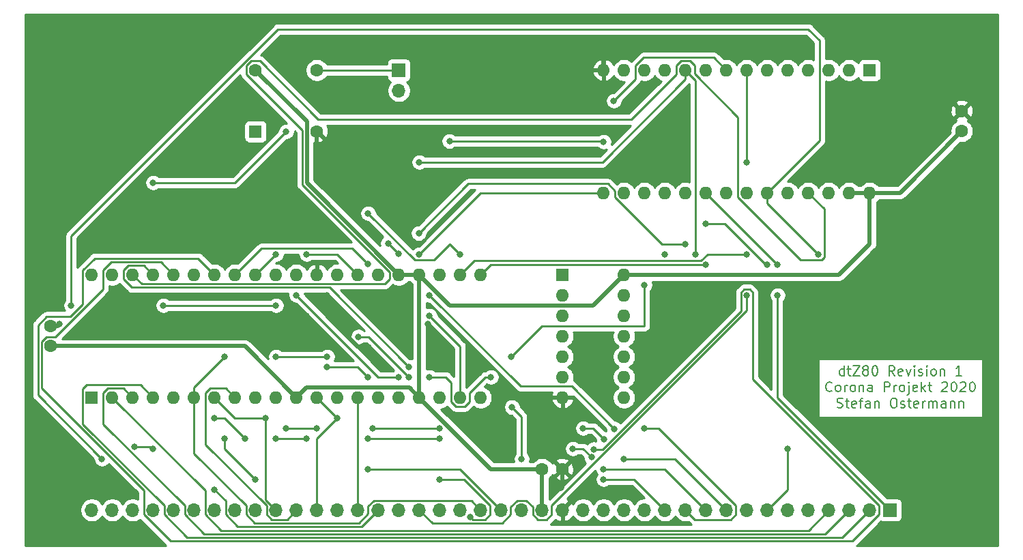
<source format=gbr>
G04 #@! TF.GenerationSoftware,KiCad,Pcbnew,5.1.8-db9833491~88~ubuntu20.04.1*
G04 #@! TF.CreationDate,2020-12-16T12:59:07+01:00*
G04 #@! TF.ProjectId,dtZ80,64745a38-302e-46b6-9963-61645f706362,1*
G04 #@! TF.SameCoordinates,Original*
G04 #@! TF.FileFunction,Copper,L1,Top*
G04 #@! TF.FilePolarity,Positive*
%FSLAX46Y46*%
G04 Gerber Fmt 4.6, Leading zero omitted, Abs format (unit mm)*
G04 Created by KiCad (PCBNEW 5.1.8-db9833491~88~ubuntu20.04.1) date 2020-12-16 12:59:07*
%MOMM*%
%LPD*%
G01*
G04 APERTURE LIST*
G04 #@! TA.AperFunction,NonConductor*
%ADD10C,0.200000*%
G04 #@! TD*
G04 #@! TA.AperFunction,ComponentPad*
%ADD11C,1.600000*%
G04 #@! TD*
G04 #@! TA.AperFunction,ComponentPad*
%ADD12O,1.700000X1.700000*%
G04 #@! TD*
G04 #@! TA.AperFunction,ComponentPad*
%ADD13R,1.700000X1.700000*%
G04 #@! TD*
G04 #@! TA.AperFunction,ComponentPad*
%ADD14R,1.600000X1.600000*%
G04 #@! TD*
G04 #@! TA.AperFunction,ComponentPad*
%ADD15O,1.600000X1.600000*%
G04 #@! TD*
G04 #@! TA.AperFunction,ViaPad*
%ADD16C,0.800000*%
G04 #@! TD*
G04 #@! TA.AperFunction,Conductor*
%ADD17C,0.250000*%
G04 #@! TD*
G04 #@! TA.AperFunction,Conductor*
%ADD18C,0.500000*%
G04 #@! TD*
G04 #@! TA.AperFunction,Conductor*
%ADD19C,0.254000*%
G04 #@! TD*
G04 #@! TA.AperFunction,Conductor*
%ADD20C,0.100000*%
G04 #@! TD*
G04 APERTURE END LIST*
D10*
X85710000Y-95062857D02*
X85710000Y-93862857D01*
X85710000Y-95005714D02*
X85595714Y-95062857D01*
X85367142Y-95062857D01*
X85252857Y-95005714D01*
X85195714Y-94948571D01*
X85138571Y-94834285D01*
X85138571Y-94491428D01*
X85195714Y-94377142D01*
X85252857Y-94320000D01*
X85367142Y-94262857D01*
X85595714Y-94262857D01*
X85710000Y-94320000D01*
X86110000Y-94262857D02*
X86567142Y-94262857D01*
X86281428Y-93862857D02*
X86281428Y-94891428D01*
X86338571Y-95005714D01*
X86452857Y-95062857D01*
X86567142Y-95062857D01*
X86852857Y-93862857D02*
X87652857Y-93862857D01*
X86852857Y-95062857D01*
X87652857Y-95062857D01*
X88281428Y-94377142D02*
X88167142Y-94320000D01*
X88110000Y-94262857D01*
X88052857Y-94148571D01*
X88052857Y-94091428D01*
X88110000Y-93977142D01*
X88167142Y-93920000D01*
X88281428Y-93862857D01*
X88510000Y-93862857D01*
X88624285Y-93920000D01*
X88681428Y-93977142D01*
X88738571Y-94091428D01*
X88738571Y-94148571D01*
X88681428Y-94262857D01*
X88624285Y-94320000D01*
X88510000Y-94377142D01*
X88281428Y-94377142D01*
X88167142Y-94434285D01*
X88110000Y-94491428D01*
X88052857Y-94605714D01*
X88052857Y-94834285D01*
X88110000Y-94948571D01*
X88167142Y-95005714D01*
X88281428Y-95062857D01*
X88510000Y-95062857D01*
X88624285Y-95005714D01*
X88681428Y-94948571D01*
X88738571Y-94834285D01*
X88738571Y-94605714D01*
X88681428Y-94491428D01*
X88624285Y-94434285D01*
X88510000Y-94377142D01*
X89481428Y-93862857D02*
X89595714Y-93862857D01*
X89710000Y-93920000D01*
X89767142Y-93977142D01*
X89824285Y-94091428D01*
X89881428Y-94320000D01*
X89881428Y-94605714D01*
X89824285Y-94834285D01*
X89767142Y-94948571D01*
X89710000Y-95005714D01*
X89595714Y-95062857D01*
X89481428Y-95062857D01*
X89367142Y-95005714D01*
X89310000Y-94948571D01*
X89252857Y-94834285D01*
X89195714Y-94605714D01*
X89195714Y-94320000D01*
X89252857Y-94091428D01*
X89310000Y-93977142D01*
X89367142Y-93920000D01*
X89481428Y-93862857D01*
X91995714Y-95062857D02*
X91595714Y-94491428D01*
X91310000Y-95062857D02*
X91310000Y-93862857D01*
X91767142Y-93862857D01*
X91881428Y-93920000D01*
X91938571Y-93977142D01*
X91995714Y-94091428D01*
X91995714Y-94262857D01*
X91938571Y-94377142D01*
X91881428Y-94434285D01*
X91767142Y-94491428D01*
X91310000Y-94491428D01*
X92967142Y-95005714D02*
X92852857Y-95062857D01*
X92624285Y-95062857D01*
X92510000Y-95005714D01*
X92452857Y-94891428D01*
X92452857Y-94434285D01*
X92510000Y-94320000D01*
X92624285Y-94262857D01*
X92852857Y-94262857D01*
X92967142Y-94320000D01*
X93024285Y-94434285D01*
X93024285Y-94548571D01*
X92452857Y-94662857D01*
X93424285Y-94262857D02*
X93710000Y-95062857D01*
X93995714Y-94262857D01*
X94452857Y-95062857D02*
X94452857Y-94262857D01*
X94452857Y-93862857D02*
X94395714Y-93920000D01*
X94452857Y-93977142D01*
X94510000Y-93920000D01*
X94452857Y-93862857D01*
X94452857Y-93977142D01*
X94967142Y-95005714D02*
X95081428Y-95062857D01*
X95310000Y-95062857D01*
X95424285Y-95005714D01*
X95481428Y-94891428D01*
X95481428Y-94834285D01*
X95424285Y-94720000D01*
X95310000Y-94662857D01*
X95138571Y-94662857D01*
X95024285Y-94605714D01*
X94967142Y-94491428D01*
X94967142Y-94434285D01*
X95024285Y-94320000D01*
X95138571Y-94262857D01*
X95310000Y-94262857D01*
X95424285Y-94320000D01*
X95995714Y-95062857D02*
X95995714Y-94262857D01*
X95995714Y-93862857D02*
X95938571Y-93920000D01*
X95995714Y-93977142D01*
X96052857Y-93920000D01*
X95995714Y-93862857D01*
X95995714Y-93977142D01*
X96738571Y-95062857D02*
X96624285Y-95005714D01*
X96567142Y-94948571D01*
X96510000Y-94834285D01*
X96510000Y-94491428D01*
X96567142Y-94377142D01*
X96624285Y-94320000D01*
X96738571Y-94262857D01*
X96910000Y-94262857D01*
X97024285Y-94320000D01*
X97081428Y-94377142D01*
X97138571Y-94491428D01*
X97138571Y-94834285D01*
X97081428Y-94948571D01*
X97024285Y-95005714D01*
X96910000Y-95062857D01*
X96738571Y-95062857D01*
X97652857Y-94262857D02*
X97652857Y-95062857D01*
X97652857Y-94377142D02*
X97710000Y-94320000D01*
X97824285Y-94262857D01*
X97995714Y-94262857D01*
X98110000Y-94320000D01*
X98167142Y-94434285D01*
X98167142Y-95062857D01*
X100281428Y-95062857D02*
X99595714Y-95062857D01*
X99938571Y-95062857D02*
X99938571Y-93862857D01*
X99824285Y-94034285D01*
X99710000Y-94148571D01*
X99595714Y-94205714D01*
X84195714Y-96948571D02*
X84138571Y-97005714D01*
X83967142Y-97062857D01*
X83852857Y-97062857D01*
X83681428Y-97005714D01*
X83567142Y-96891428D01*
X83510000Y-96777142D01*
X83452857Y-96548571D01*
X83452857Y-96377142D01*
X83510000Y-96148571D01*
X83567142Y-96034285D01*
X83681428Y-95920000D01*
X83852857Y-95862857D01*
X83967142Y-95862857D01*
X84138571Y-95920000D01*
X84195714Y-95977142D01*
X84881428Y-97062857D02*
X84767142Y-97005714D01*
X84710000Y-96948571D01*
X84652857Y-96834285D01*
X84652857Y-96491428D01*
X84710000Y-96377142D01*
X84767142Y-96320000D01*
X84881428Y-96262857D01*
X85052857Y-96262857D01*
X85167142Y-96320000D01*
X85224285Y-96377142D01*
X85281428Y-96491428D01*
X85281428Y-96834285D01*
X85224285Y-96948571D01*
X85167142Y-97005714D01*
X85052857Y-97062857D01*
X84881428Y-97062857D01*
X85795714Y-97062857D02*
X85795714Y-96262857D01*
X85795714Y-96491428D02*
X85852857Y-96377142D01*
X85910000Y-96320000D01*
X86024285Y-96262857D01*
X86138571Y-96262857D01*
X86710000Y-97062857D02*
X86595714Y-97005714D01*
X86538571Y-96948571D01*
X86481428Y-96834285D01*
X86481428Y-96491428D01*
X86538571Y-96377142D01*
X86595714Y-96320000D01*
X86710000Y-96262857D01*
X86881428Y-96262857D01*
X86995714Y-96320000D01*
X87052857Y-96377142D01*
X87110000Y-96491428D01*
X87110000Y-96834285D01*
X87052857Y-96948571D01*
X86995714Y-97005714D01*
X86881428Y-97062857D01*
X86710000Y-97062857D01*
X87624285Y-96262857D02*
X87624285Y-97062857D01*
X87624285Y-96377142D02*
X87681428Y-96320000D01*
X87795714Y-96262857D01*
X87967142Y-96262857D01*
X88081428Y-96320000D01*
X88138571Y-96434285D01*
X88138571Y-97062857D01*
X89224285Y-97062857D02*
X89224285Y-96434285D01*
X89167142Y-96320000D01*
X89052857Y-96262857D01*
X88824285Y-96262857D01*
X88710000Y-96320000D01*
X89224285Y-97005714D02*
X89110000Y-97062857D01*
X88824285Y-97062857D01*
X88710000Y-97005714D01*
X88652857Y-96891428D01*
X88652857Y-96777142D01*
X88710000Y-96662857D01*
X88824285Y-96605714D01*
X89110000Y-96605714D01*
X89224285Y-96548571D01*
X90710000Y-97062857D02*
X90710000Y-95862857D01*
X91167142Y-95862857D01*
X91281428Y-95920000D01*
X91338571Y-95977142D01*
X91395714Y-96091428D01*
X91395714Y-96262857D01*
X91338571Y-96377142D01*
X91281428Y-96434285D01*
X91167142Y-96491428D01*
X90710000Y-96491428D01*
X91910000Y-97062857D02*
X91910000Y-96262857D01*
X91910000Y-96491428D02*
X91967142Y-96377142D01*
X92024285Y-96320000D01*
X92138571Y-96262857D01*
X92252857Y-96262857D01*
X92824285Y-97062857D02*
X92710000Y-97005714D01*
X92652857Y-96948571D01*
X92595714Y-96834285D01*
X92595714Y-96491428D01*
X92652857Y-96377142D01*
X92710000Y-96320000D01*
X92824285Y-96262857D01*
X92995714Y-96262857D01*
X93110000Y-96320000D01*
X93167142Y-96377142D01*
X93224285Y-96491428D01*
X93224285Y-96834285D01*
X93167142Y-96948571D01*
X93110000Y-97005714D01*
X92995714Y-97062857D01*
X92824285Y-97062857D01*
X93738571Y-96262857D02*
X93738571Y-97291428D01*
X93681428Y-97405714D01*
X93567142Y-97462857D01*
X93510000Y-97462857D01*
X93738571Y-95862857D02*
X93681428Y-95920000D01*
X93738571Y-95977142D01*
X93795714Y-95920000D01*
X93738571Y-95862857D01*
X93738571Y-95977142D01*
X94767142Y-97005714D02*
X94652857Y-97062857D01*
X94424285Y-97062857D01*
X94310000Y-97005714D01*
X94252857Y-96891428D01*
X94252857Y-96434285D01*
X94310000Y-96320000D01*
X94424285Y-96262857D01*
X94652857Y-96262857D01*
X94767142Y-96320000D01*
X94824285Y-96434285D01*
X94824285Y-96548571D01*
X94252857Y-96662857D01*
X95338571Y-97062857D02*
X95338571Y-95862857D01*
X95452857Y-96605714D02*
X95795714Y-97062857D01*
X95795714Y-96262857D02*
X95338571Y-96720000D01*
X96138571Y-96262857D02*
X96595714Y-96262857D01*
X96310000Y-95862857D02*
X96310000Y-96891428D01*
X96367142Y-97005714D01*
X96481428Y-97062857D01*
X96595714Y-97062857D01*
X97852857Y-95977142D02*
X97910000Y-95920000D01*
X98024285Y-95862857D01*
X98310000Y-95862857D01*
X98424285Y-95920000D01*
X98481428Y-95977142D01*
X98538571Y-96091428D01*
X98538571Y-96205714D01*
X98481428Y-96377142D01*
X97795714Y-97062857D01*
X98538571Y-97062857D01*
X99281428Y-95862857D02*
X99395714Y-95862857D01*
X99510000Y-95920000D01*
X99567142Y-95977142D01*
X99624285Y-96091428D01*
X99681428Y-96320000D01*
X99681428Y-96605714D01*
X99624285Y-96834285D01*
X99567142Y-96948571D01*
X99510000Y-97005714D01*
X99395714Y-97062857D01*
X99281428Y-97062857D01*
X99167142Y-97005714D01*
X99110000Y-96948571D01*
X99052857Y-96834285D01*
X98995714Y-96605714D01*
X98995714Y-96320000D01*
X99052857Y-96091428D01*
X99110000Y-95977142D01*
X99167142Y-95920000D01*
X99281428Y-95862857D01*
X100138571Y-95977142D02*
X100195714Y-95920000D01*
X100310000Y-95862857D01*
X100595714Y-95862857D01*
X100710000Y-95920000D01*
X100767142Y-95977142D01*
X100824285Y-96091428D01*
X100824285Y-96205714D01*
X100767142Y-96377142D01*
X100081428Y-97062857D01*
X100824285Y-97062857D01*
X101567142Y-95862857D02*
X101681428Y-95862857D01*
X101795714Y-95920000D01*
X101852857Y-95977142D01*
X101910000Y-96091428D01*
X101967142Y-96320000D01*
X101967142Y-96605714D01*
X101910000Y-96834285D01*
X101852857Y-96948571D01*
X101795714Y-97005714D01*
X101681428Y-97062857D01*
X101567142Y-97062857D01*
X101452857Y-97005714D01*
X101395714Y-96948571D01*
X101338571Y-96834285D01*
X101281428Y-96605714D01*
X101281428Y-96320000D01*
X101338571Y-96091428D01*
X101395714Y-95977142D01*
X101452857Y-95920000D01*
X101567142Y-95862857D01*
X84852857Y-99005714D02*
X85024285Y-99062857D01*
X85310000Y-99062857D01*
X85424285Y-99005714D01*
X85481428Y-98948571D01*
X85538571Y-98834285D01*
X85538571Y-98720000D01*
X85481428Y-98605714D01*
X85424285Y-98548571D01*
X85310000Y-98491428D01*
X85081428Y-98434285D01*
X84967142Y-98377142D01*
X84910000Y-98320000D01*
X84852857Y-98205714D01*
X84852857Y-98091428D01*
X84910000Y-97977142D01*
X84967142Y-97920000D01*
X85081428Y-97862857D01*
X85367142Y-97862857D01*
X85538571Y-97920000D01*
X85881428Y-98262857D02*
X86338571Y-98262857D01*
X86052857Y-97862857D02*
X86052857Y-98891428D01*
X86110000Y-99005714D01*
X86224285Y-99062857D01*
X86338571Y-99062857D01*
X87195714Y-99005714D02*
X87081428Y-99062857D01*
X86852857Y-99062857D01*
X86738571Y-99005714D01*
X86681428Y-98891428D01*
X86681428Y-98434285D01*
X86738571Y-98320000D01*
X86852857Y-98262857D01*
X87081428Y-98262857D01*
X87195714Y-98320000D01*
X87252857Y-98434285D01*
X87252857Y-98548571D01*
X86681428Y-98662857D01*
X87595714Y-98262857D02*
X88052857Y-98262857D01*
X87767142Y-99062857D02*
X87767142Y-98034285D01*
X87824285Y-97920000D01*
X87938571Y-97862857D01*
X88052857Y-97862857D01*
X88967142Y-99062857D02*
X88967142Y-98434285D01*
X88910000Y-98320000D01*
X88795714Y-98262857D01*
X88567142Y-98262857D01*
X88452857Y-98320000D01*
X88967142Y-99005714D02*
X88852857Y-99062857D01*
X88567142Y-99062857D01*
X88452857Y-99005714D01*
X88395714Y-98891428D01*
X88395714Y-98777142D01*
X88452857Y-98662857D01*
X88567142Y-98605714D01*
X88852857Y-98605714D01*
X88967142Y-98548571D01*
X89538571Y-98262857D02*
X89538571Y-99062857D01*
X89538571Y-98377142D02*
X89595714Y-98320000D01*
X89710000Y-98262857D01*
X89881428Y-98262857D01*
X89995714Y-98320000D01*
X90052857Y-98434285D01*
X90052857Y-99062857D01*
X91767142Y-97862857D02*
X91995714Y-97862857D01*
X92110000Y-97920000D01*
X92224285Y-98034285D01*
X92281428Y-98262857D01*
X92281428Y-98662857D01*
X92224285Y-98891428D01*
X92110000Y-99005714D01*
X91995714Y-99062857D01*
X91767142Y-99062857D01*
X91652857Y-99005714D01*
X91538571Y-98891428D01*
X91481428Y-98662857D01*
X91481428Y-98262857D01*
X91538571Y-98034285D01*
X91652857Y-97920000D01*
X91767142Y-97862857D01*
X92738571Y-99005714D02*
X92852857Y-99062857D01*
X93081428Y-99062857D01*
X93195714Y-99005714D01*
X93252857Y-98891428D01*
X93252857Y-98834285D01*
X93195714Y-98720000D01*
X93081428Y-98662857D01*
X92910000Y-98662857D01*
X92795714Y-98605714D01*
X92738571Y-98491428D01*
X92738571Y-98434285D01*
X92795714Y-98320000D01*
X92910000Y-98262857D01*
X93081428Y-98262857D01*
X93195714Y-98320000D01*
X93595714Y-98262857D02*
X94052857Y-98262857D01*
X93767142Y-97862857D02*
X93767142Y-98891428D01*
X93824285Y-99005714D01*
X93938571Y-99062857D01*
X94052857Y-99062857D01*
X94910000Y-99005714D02*
X94795714Y-99062857D01*
X94567142Y-99062857D01*
X94452857Y-99005714D01*
X94395714Y-98891428D01*
X94395714Y-98434285D01*
X94452857Y-98320000D01*
X94567142Y-98262857D01*
X94795714Y-98262857D01*
X94910000Y-98320000D01*
X94967142Y-98434285D01*
X94967142Y-98548571D01*
X94395714Y-98662857D01*
X95481428Y-99062857D02*
X95481428Y-98262857D01*
X95481428Y-98491428D02*
X95538571Y-98377142D01*
X95595714Y-98320000D01*
X95710000Y-98262857D01*
X95824285Y-98262857D01*
X96224285Y-99062857D02*
X96224285Y-98262857D01*
X96224285Y-98377142D02*
X96281428Y-98320000D01*
X96395714Y-98262857D01*
X96567142Y-98262857D01*
X96681428Y-98320000D01*
X96738571Y-98434285D01*
X96738571Y-99062857D01*
X96738571Y-98434285D02*
X96795714Y-98320000D01*
X96910000Y-98262857D01*
X97081428Y-98262857D01*
X97195714Y-98320000D01*
X97252857Y-98434285D01*
X97252857Y-99062857D01*
X98338571Y-99062857D02*
X98338571Y-98434285D01*
X98281428Y-98320000D01*
X98167142Y-98262857D01*
X97938571Y-98262857D01*
X97824285Y-98320000D01*
X98338571Y-99005714D02*
X98224285Y-99062857D01*
X97938571Y-99062857D01*
X97824285Y-99005714D01*
X97767142Y-98891428D01*
X97767142Y-98777142D01*
X97824285Y-98662857D01*
X97938571Y-98605714D01*
X98224285Y-98605714D01*
X98338571Y-98548571D01*
X98910000Y-98262857D02*
X98910000Y-99062857D01*
X98910000Y-98377142D02*
X98967142Y-98320000D01*
X99081428Y-98262857D01*
X99252857Y-98262857D01*
X99367142Y-98320000D01*
X99424285Y-98434285D01*
X99424285Y-99062857D01*
X99995714Y-98262857D02*
X99995714Y-99062857D01*
X99995714Y-98377142D02*
X100052857Y-98320000D01*
X100167142Y-98262857D01*
X100338571Y-98262857D01*
X100452857Y-98320000D01*
X100510000Y-98434285D01*
X100510000Y-99062857D01*
D11*
X100330000Y-64730000D03*
X100330000Y-62230000D03*
X-12700000Y-91400000D03*
X-12700000Y-88900000D03*
X50760000Y-106680000D03*
X48260000Y-106680000D03*
D12*
X-7620000Y-111760000D03*
X-5080000Y-111760000D03*
X-2540000Y-111760000D03*
X0Y-111760000D03*
X2540000Y-111760000D03*
X5080000Y-111760000D03*
X7620000Y-111760000D03*
X10160000Y-111760000D03*
X12700000Y-111760000D03*
X15240000Y-111760000D03*
X17780000Y-111760000D03*
X20320000Y-111760000D03*
X22860000Y-111760000D03*
X25400000Y-111760000D03*
X27940000Y-111760000D03*
X30480000Y-111760000D03*
X33020000Y-111760000D03*
X35560000Y-111760000D03*
X38100000Y-111760000D03*
X40640000Y-111760000D03*
X43180000Y-111760000D03*
X45720000Y-111760000D03*
X48260000Y-111760000D03*
X50800000Y-111760000D03*
X53340000Y-111760000D03*
X55880000Y-111760000D03*
X58420000Y-111760000D03*
X60960000Y-111760000D03*
X63500000Y-111760000D03*
X66040000Y-111760000D03*
X68580000Y-111760000D03*
X71120000Y-111760000D03*
X73660000Y-111760000D03*
X76200000Y-111760000D03*
X78740000Y-111760000D03*
X81280000Y-111760000D03*
X83820000Y-111760000D03*
X86360000Y-111760000D03*
X88900000Y-111760000D03*
D13*
X91440000Y-111760000D03*
D12*
X30480000Y-59690000D03*
D13*
X30480000Y-57150000D03*
D14*
X50800000Y-82550000D03*
D15*
X58420000Y-97790000D03*
X50800000Y-85090000D03*
X58420000Y-95250000D03*
X50800000Y-87630000D03*
X58420000Y-92710000D03*
X50800000Y-90170000D03*
X58420000Y-90170000D03*
X50800000Y-92710000D03*
X58420000Y-87630000D03*
X50800000Y-95250000D03*
X58420000Y-85090000D03*
X50800000Y-97790000D03*
X58420000Y-82550000D03*
D11*
X20320000Y-64770000D03*
X20320000Y-57150000D03*
X12700000Y-57150000D03*
D14*
X12700000Y-64770000D03*
D15*
X88900000Y-72390000D03*
X55880000Y-57150000D03*
X86360000Y-72390000D03*
X58420000Y-57150000D03*
X83820000Y-72390000D03*
X60960000Y-57150000D03*
X81280000Y-72390000D03*
X63500000Y-57150000D03*
X78740000Y-72390000D03*
X66040000Y-57150000D03*
X76200000Y-72390000D03*
X68580000Y-57150000D03*
X73660000Y-72390000D03*
X71120000Y-57150000D03*
X71120000Y-72390000D03*
X73660000Y-57150000D03*
X68580000Y-72390000D03*
X76200000Y-57150000D03*
X66040000Y-72390000D03*
X78740000Y-57150000D03*
X63500000Y-72390000D03*
X81280000Y-57150000D03*
X60960000Y-72390000D03*
X83820000Y-57150000D03*
X58420000Y-72390000D03*
X86360000Y-57150000D03*
X55880000Y-72390000D03*
D14*
X88900000Y-57150000D03*
D15*
X-7620000Y-82550000D03*
X40640000Y-97790000D03*
X-5080000Y-82550000D03*
X38100000Y-97790000D03*
X-2540000Y-82550000D03*
X35560000Y-97790000D03*
X0Y-82550000D03*
X33020000Y-97790000D03*
X2540000Y-82550000D03*
X30480000Y-97790000D03*
X5080000Y-82550000D03*
X27940000Y-97790000D03*
X7620000Y-82550000D03*
X25400000Y-97790000D03*
X10160000Y-82550000D03*
X22860000Y-97790000D03*
X12700000Y-82550000D03*
X20320000Y-97790000D03*
X15240000Y-82550000D03*
X17780000Y-97790000D03*
X17780000Y-82550000D03*
X15240000Y-97790000D03*
X20320000Y-82550000D03*
X12700000Y-97790000D03*
X22860000Y-82550000D03*
X10160000Y-97790000D03*
X25400000Y-82550000D03*
X7620000Y-97790000D03*
X27940000Y-82550000D03*
X5080000Y-97790000D03*
X30480000Y-82550000D03*
X2540000Y-97790000D03*
X33020000Y-82550000D03*
X0Y-97790000D03*
X35560000Y-82550000D03*
X-2540000Y-97790000D03*
X38100000Y-82550000D03*
X-5080000Y-97790000D03*
X40640000Y-82550000D03*
D14*
X-7620000Y-97790000D03*
D16*
X78740000Y-104140000D03*
X31750000Y-93980000D03*
X53340000Y-101600000D03*
X55955154Y-102945154D03*
X58420000Y-105410000D03*
X55880000Y-106680000D03*
X54685154Y-104215154D03*
X60960000Y-101600000D03*
X57225154Y-101675154D03*
X34290000Y-85090000D03*
X38100000Y-80010000D03*
X26670000Y-74930000D03*
X-6350000Y-105410000D03*
X-2332847Y-103932847D03*
X0Y-104140000D03*
X7620000Y-100330000D03*
X11430000Y-102870000D03*
X16510000Y-101600000D03*
X20320000Y-101600000D03*
X27215000Y-101600000D03*
X35560000Y-101600000D03*
X52070000Y-104140000D03*
X54402847Y-105202847D03*
X55880000Y-107950000D03*
X26594846Y-81204846D03*
X29134846Y-78664846D03*
X30404846Y-79934846D03*
X32944846Y-77394846D03*
X66040000Y-78740000D03*
X68580000Y-76200000D03*
X76200000Y-81280000D03*
X73660000Y-68580000D03*
X15240000Y-80010000D03*
X36754846Y-65964846D03*
X55880000Y-66040000D03*
X57150000Y-60960000D03*
X67310000Y-80010000D03*
X33020000Y-68580000D03*
X50592847Y-109012847D03*
X52270047Y-110275742D03*
X55880000Y-50800000D03*
X55880000Y-53340000D03*
X22860000Y-72390000D03*
X17780000Y-73660000D03*
X20320000Y-77470000D03*
X34460153Y-90340153D03*
X34069847Y-88679847D03*
X31750000Y-90170000D03*
X-11620153Y-88709847D03*
X8890000Y-87630000D03*
X19050000Y-87630000D03*
X21590000Y-85090000D03*
X26745154Y-91515154D03*
X30480000Y-88900000D03*
X77470000Y-81280000D03*
X77470000Y-85090000D03*
X82550000Y-80010000D03*
X-10160000Y-86360000D03*
X63500000Y-80010000D03*
X60960000Y-83820000D03*
X44450000Y-92710000D03*
X41910000Y-95250000D03*
X34290000Y-95250000D03*
X31750000Y-95250000D03*
X25475154Y-90245154D03*
X21590000Y-93980000D03*
X26670000Y-95250000D03*
X22860000Y-100330000D03*
X33020000Y-80010000D03*
X21590000Y-92710000D03*
X15240000Y-92710000D03*
X13970000Y-100330000D03*
X8890000Y-92710000D03*
X15240000Y-86360000D03*
X1270000Y-86360000D03*
X0Y-71120000D03*
X16510000Y-64770000D03*
X7620000Y-109220000D03*
X15240000Y-102870000D03*
X19050000Y-102870000D03*
X26670000Y-102870000D03*
X35560000Y-102870000D03*
X68580000Y-81280000D03*
X73660000Y-80010000D03*
X73660000Y-85090000D03*
X34290000Y-87630000D03*
X8890000Y-102870000D03*
X12700000Y-107950000D03*
X26670000Y-106680000D03*
X19050000Y-80010000D03*
X17780000Y-85090000D03*
X30480000Y-95250000D03*
X44525154Y-98984846D03*
X45720000Y-105410000D03*
X39370000Y-112660010D03*
X35560000Y-107950000D03*
D17*
X78740000Y-109220000D02*
X76200000Y-111760000D01*
X78740000Y-104140000D02*
X78740000Y-109220000D01*
X83275001Y-74385001D02*
X81280000Y-72390000D01*
X82898001Y-80735001D02*
X83275001Y-80358001D01*
X72534999Y-72930001D02*
X80339999Y-80735001D01*
X66580001Y-56024999D02*
X67165001Y-56609999D01*
X83275001Y-80358001D02*
X83275001Y-74385001D01*
X59323177Y-63281823D02*
X64914999Y-57690001D01*
X12159999Y-56024999D02*
X13240001Y-56024999D01*
X11574999Y-56609999D02*
X12159999Y-56024999D01*
X72534999Y-63008589D02*
X72534999Y-72930001D01*
X67165001Y-57638591D02*
X72534999Y-63008589D01*
X67165001Y-56609999D02*
X67165001Y-57638591D01*
X64914999Y-57690001D02*
X64914999Y-56609999D01*
X13240001Y-56024999D02*
X20496825Y-63281823D01*
X11574999Y-57690001D02*
X11574999Y-56609999D01*
X18494989Y-64609991D02*
X11574999Y-57690001D01*
X80339999Y-80735001D02*
X82898001Y-80735001D01*
X18494989Y-71378175D02*
X18494989Y-64609991D01*
X29354999Y-82238185D02*
X18494989Y-71378175D01*
X65499999Y-56024999D02*
X66580001Y-56024999D01*
X64914999Y-56609999D02*
X65499999Y-56024999D01*
X29354999Y-83090001D02*
X29354999Y-82238185D01*
X28769999Y-83675001D02*
X29354999Y-83090001D01*
X-1414999Y-83675001D02*
X28769999Y-83675001D01*
X20496825Y-63281823D02*
X59323177Y-63281823D01*
X-2540000Y-82550000D02*
X-1414999Y-83675001D01*
X-2629991Y-84125011D02*
X21895011Y-84125011D01*
X-3665001Y-83090001D02*
X-2629991Y-84125011D01*
X21895011Y-84125011D02*
X31750000Y-93980000D01*
X-3665001Y-82009999D02*
X-3665001Y-83090001D01*
X-3080001Y-81424999D02*
X-3665001Y-82009999D01*
X-1125001Y-81424999D02*
X-3080001Y-81424999D01*
X0Y-82550000D02*
X-1125001Y-81424999D01*
X54610000Y-101600000D02*
X55955154Y-102945154D01*
X53340000Y-101600000D02*
X54610000Y-101600000D01*
X64770000Y-105410000D02*
X58420000Y-105410000D01*
X71120000Y-111760000D02*
X64770000Y-105410000D01*
X63500000Y-106680000D02*
X55880000Y-106680000D01*
X68580000Y-111760000D02*
X63500000Y-106680000D01*
X964989Y-80974989D02*
X2540000Y-82550000D01*
X-5169991Y-80974989D02*
X964989Y-80974989D01*
X-6205001Y-82009999D02*
X-5169991Y-80974989D01*
X-6205001Y-84320001D02*
X-6205001Y-82009999D01*
X-12159999Y-90274999D02*
X-6205001Y-84320001D01*
X-13240001Y-90274999D02*
X-12159999Y-90274999D01*
X-13825001Y-90859999D02*
X-13240001Y-90274999D01*
X-13825001Y-96642409D02*
X-13825001Y-90859999D01*
X-1175001Y-109292409D02*
X-13825001Y-96642409D01*
X-1175001Y-112324001D02*
X-1175001Y-109292409D01*
X2136056Y-115635058D02*
X-1175001Y-112324001D01*
X86763944Y-115635058D02*
X2136056Y-115635058D01*
X74385001Y-95505999D02*
X90075001Y-111195999D01*
X90075001Y-111195999D02*
X90075001Y-112324001D01*
X74385001Y-84741999D02*
X74385001Y-95505999D01*
X74008001Y-84364999D02*
X74385001Y-84741999D01*
X73311999Y-84364999D02*
X74008001Y-84364999D01*
X72934999Y-84741999D02*
X73311999Y-84364999D01*
X90075001Y-112324001D02*
X86763944Y-115635058D01*
X72934999Y-87059591D02*
X72934999Y-84741999D01*
X55779436Y-104215154D02*
X72934999Y-87059591D01*
X54685154Y-104215154D02*
X55779436Y-104215154D01*
X62699002Y-101600000D02*
X60960000Y-101600000D01*
X72295001Y-112324001D02*
X72295001Y-111195999D01*
X71684001Y-112935001D02*
X72295001Y-112324001D01*
X67215001Y-112935001D02*
X71684001Y-112935001D01*
X72295001Y-111195999D02*
X62699002Y-101600000D01*
X66040000Y-111760000D02*
X67215001Y-112935001D01*
X45575001Y-96375001D02*
X34290000Y-85090000D01*
X51925001Y-96375001D02*
X45575001Y-96375001D01*
X57225154Y-101675154D02*
X51925001Y-96375001D01*
X38100000Y-80010000D02*
X36830000Y-78740000D01*
X32475001Y-80735001D02*
X26670000Y-74930000D01*
X34834999Y-80735001D02*
X32475001Y-80735001D01*
X36830000Y-78740000D02*
X34834999Y-80735001D01*
X-14275010Y-97484990D02*
X-6350000Y-105410000D01*
X-14275010Y-88810008D02*
X-14275010Y-97484990D01*
X-13240001Y-87774999D02*
X-14275010Y-88810008D01*
X-10296409Y-87774999D02*
X-13240001Y-87774999D01*
X-8745001Y-86223591D02*
X-10296409Y-87774999D01*
X-8745001Y-82009999D02*
X-8745001Y-86223591D01*
X-7259982Y-80524980D02*
X-8745001Y-82009999D01*
X5594980Y-80524980D02*
X-7259982Y-80524980D01*
X7620000Y-82550000D02*
X5594980Y-80524980D01*
X-207153Y-103932847D02*
X0Y-104140000D01*
X-2332847Y-103932847D02*
X-207153Y-103932847D01*
X8890000Y-100330000D02*
X11430000Y-102870000D01*
X7620000Y-100330000D02*
X8890000Y-100330000D01*
X16510000Y-101600000D02*
X20320000Y-101600000D01*
X27215000Y-101600000D02*
X35560000Y-101600000D01*
X53340000Y-104140000D02*
X54402847Y-105202847D01*
X52070000Y-104140000D02*
X53340000Y-104140000D01*
X59690000Y-107950000D02*
X63500000Y-111760000D01*
X55880000Y-107950000D02*
X59690000Y-107950000D01*
X24674999Y-79284999D02*
X26594846Y-81204846D01*
X13425001Y-79284999D02*
X24674999Y-79284999D01*
X10160000Y-82550000D02*
X13425001Y-79284999D01*
X29134846Y-78664846D02*
X30404846Y-79934846D01*
X63104998Y-78740000D02*
X66040000Y-78740000D01*
X57294999Y-72930001D02*
X63104998Y-78740000D01*
X57294999Y-72139997D02*
X57294999Y-72930001D01*
X56420001Y-71264999D02*
X57294999Y-72139997D01*
X39074693Y-71264999D02*
X56420001Y-71264999D01*
X32944846Y-77394846D02*
X39074693Y-71264999D01*
X76003002Y-81280000D02*
X76200000Y-81280000D01*
X70923002Y-76200000D02*
X76003002Y-81280000D01*
X68580000Y-76200000D02*
X70923002Y-76200000D01*
X73660000Y-57150000D02*
X73660000Y-68580000D01*
X12700000Y-82550000D02*
X15240000Y-80010000D01*
X55804846Y-65964846D02*
X55880000Y-66040000D01*
X36754846Y-65964846D02*
X55804846Y-65964846D01*
X69544990Y-55574990D02*
X71120000Y-57150000D01*
X60870008Y-55574990D02*
X69544990Y-55574990D01*
X59834999Y-56609999D02*
X60870008Y-55574990D01*
X59834999Y-58275001D02*
X59834999Y-56609999D01*
X57150000Y-60960000D02*
X59834999Y-58275001D01*
D18*
X48260000Y-111760000D02*
X48260000Y-106680000D01*
X41910000Y-106680000D02*
X33020000Y-97790000D01*
X48260000Y-106680000D02*
X41910000Y-106680000D01*
X33020000Y-97790000D02*
X33020000Y-82550000D01*
X33020000Y-82550000D02*
X30480000Y-82550000D01*
X54610000Y-86360000D02*
X58420000Y-82550000D01*
X36830000Y-86360000D02*
X54610000Y-86360000D01*
X33020000Y-82550000D02*
X36830000Y-86360000D01*
X58420000Y-82550000D02*
X85090000Y-82550000D01*
X88900000Y-78740000D02*
X88900000Y-72390000D01*
X85090000Y-82550000D02*
X88900000Y-78740000D01*
X92670000Y-72390000D02*
X100330000Y-64730000D01*
X88900000Y-72390000D02*
X92670000Y-72390000D01*
X19069999Y-63519999D02*
X12700000Y-57150000D01*
X19069999Y-71139999D02*
X19069999Y-63519999D01*
X30480000Y-82550000D02*
X19069999Y-71139999D01*
X19030001Y-96539999D02*
X17780000Y-97790000D01*
X31769999Y-96539999D02*
X19030001Y-96539999D01*
X33020000Y-97790000D02*
X31769999Y-96539999D01*
X11390000Y-91400000D02*
X-12700000Y-91400000D01*
X17780000Y-97790000D02*
X11390000Y-91400000D01*
X88900000Y-72390000D02*
X86360000Y-72390000D01*
D17*
X67310000Y-58420000D02*
X67310000Y-80010000D01*
X66040000Y-57150000D02*
X67310000Y-58420000D01*
X66040000Y-58281370D02*
X66040000Y-57150000D01*
X55741370Y-68580000D02*
X66040000Y-58281370D01*
X33020000Y-68580000D02*
X55741370Y-68580000D01*
D18*
X50760000Y-108845694D02*
X50592847Y-109012847D01*
X50760000Y-106680000D02*
X50760000Y-108845694D01*
X52270047Y-110289953D02*
X50800000Y-111760000D01*
X52270047Y-110275742D02*
X52270047Y-110289953D01*
X88900000Y-50800000D02*
X55880000Y-50800000D01*
X100330000Y-62230000D02*
X88900000Y-50800000D01*
X55880000Y-53340000D02*
X55880000Y-57150000D01*
X20320000Y-69850000D02*
X22860000Y-72390000D01*
X20320000Y-64770000D02*
X20320000Y-69850000D01*
X17780000Y-74930000D02*
X20320000Y-77470000D01*
X17780000Y-73660000D02*
X17780000Y-74930000D01*
X34460153Y-89070153D02*
X34069847Y-88679847D01*
X34460153Y-90340153D02*
X34460153Y-89070153D01*
X-11810306Y-88900000D02*
X-11620153Y-88709847D01*
X-12700000Y-88900000D02*
X-11810306Y-88900000D01*
X8890000Y-87630000D02*
X19050000Y-87630000D01*
X25487152Y-91515154D02*
X26745154Y-91515154D01*
X21590000Y-87618002D02*
X25487152Y-91515154D01*
X21590000Y-85090000D02*
X21590000Y-87618002D01*
X30480000Y-88900000D02*
X31750000Y-90170000D01*
D17*
X68580000Y-72390000D02*
X77470000Y-81280000D01*
X77470000Y-97790000D02*
X91440000Y-111760000D01*
X77470000Y-85090000D02*
X77470000Y-97790000D01*
X1364999Y-112324001D02*
X4226046Y-115185048D01*
X1364999Y-111195999D02*
X1364999Y-112324001D01*
X-8745001Y-101085999D02*
X1364999Y-111195999D01*
X85474952Y-115185048D02*
X88900000Y-111760000D01*
X4226046Y-115185048D02*
X85474952Y-115185048D01*
X-8745001Y-96729999D02*
X-8745001Y-101085999D01*
X-8229992Y-96214990D02*
X-8745001Y-96729999D01*
X-1575010Y-96214990D02*
X-8229992Y-96214990D01*
X0Y-97790000D02*
X-1575010Y-96214990D01*
X6316037Y-114735039D02*
X83384961Y-114735039D01*
X3904999Y-112324001D02*
X6316037Y-114735039D01*
X3904999Y-111195999D02*
X3904999Y-112324001D01*
X-6205001Y-101085999D02*
X3904999Y-111195999D01*
X-6205001Y-97249999D02*
X-6205001Y-101085999D01*
X83384961Y-114735039D02*
X86360000Y-111760000D01*
X-5620001Y-96664999D02*
X-6205001Y-97249999D01*
X-3665001Y-96664999D02*
X-5620001Y-96664999D01*
X-2540000Y-97790000D02*
X-3665001Y-96664999D01*
X8406028Y-114285030D02*
X81294970Y-114285030D01*
X6444999Y-112324001D02*
X8406028Y-114285030D01*
X81294970Y-114285030D02*
X83820000Y-111760000D01*
X6444999Y-109314999D02*
X6444999Y-112324001D01*
X-5080000Y-97790000D02*
X6444999Y-109314999D01*
X76200000Y-73660000D02*
X82550000Y-80010000D01*
X76200000Y-72390000D02*
X76200000Y-73660000D01*
X82694999Y-65895001D02*
X82694999Y-53484999D01*
X76200000Y-72390000D02*
X82694999Y-65895001D01*
X82694999Y-53484999D02*
X81280000Y-52070000D01*
X81280000Y-52070000D02*
X19050000Y-52070000D01*
X15478588Y-52070000D02*
X-10160000Y-77708588D01*
X19050000Y-52070000D02*
X15478588Y-52070000D01*
X-10160000Y-77708588D02*
X-10160000Y-86360000D01*
X25400000Y-111760000D02*
X25400000Y-97790000D01*
X60960000Y-83820000D02*
X60960000Y-88900000D01*
X48260000Y-88900000D02*
X44450000Y-92710000D01*
X60960000Y-88900000D02*
X48260000Y-88900000D01*
X36300008Y-95250000D02*
X34290000Y-95250000D01*
X37559999Y-98915001D02*
X36974999Y-98330001D01*
X36974999Y-95924991D02*
X36300008Y-95250000D01*
X38640001Y-98915001D02*
X37559999Y-98915001D01*
X39225001Y-98330001D02*
X38640001Y-98915001D01*
X36974999Y-98330001D02*
X36974999Y-95924991D01*
X39225001Y-97249999D02*
X39225001Y-98330001D01*
X41225000Y-95250000D02*
X39225001Y-97249999D01*
X41910000Y-95250000D02*
X41225000Y-95250000D01*
X26745154Y-90245154D02*
X25475154Y-90245154D01*
X31750000Y-95250000D02*
X26745154Y-90245154D01*
X25400000Y-93980000D02*
X26670000Y-95250000D01*
X21590000Y-93980000D02*
X25400000Y-93980000D01*
X22860000Y-100330000D02*
X20320000Y-97790000D01*
X20320000Y-102870000D02*
X22860000Y-100330000D01*
X20320000Y-111760000D02*
X20320000Y-102870000D01*
X40640000Y-72390000D02*
X33020000Y-80010000D01*
X55880000Y-72390000D02*
X40640000Y-72390000D01*
X21590000Y-92710000D02*
X15240000Y-92710000D01*
X14064999Y-112324001D02*
X14675999Y-112935001D01*
X14064999Y-111221409D02*
X14064999Y-112324001D01*
X6494999Y-103651409D02*
X14064999Y-111221409D01*
X16604999Y-112935001D02*
X17780000Y-111760000D01*
X6494999Y-97249999D02*
X6494999Y-103651409D01*
X7079999Y-96664999D02*
X6494999Y-97249999D01*
X9034999Y-96664999D02*
X7079999Y-96664999D01*
X14675999Y-112935001D02*
X16604999Y-112935001D01*
X10160000Y-97790000D02*
X9034999Y-96664999D01*
X10160000Y-100330000D02*
X7620000Y-97790000D01*
X13970000Y-100330000D02*
X10160000Y-100330000D01*
X13970000Y-110490000D02*
X15240000Y-111760000D01*
X13970000Y-100330000D02*
X13970000Y-110490000D01*
X39464999Y-110584999D02*
X40640000Y-111760000D01*
X27375999Y-110584999D02*
X39464999Y-110584999D01*
X26670000Y-111290998D02*
X27375999Y-110584999D01*
X26670000Y-112229002D02*
X26670000Y-111290998D01*
X25513992Y-113385010D02*
X26670000Y-112229002D01*
X12586008Y-113385010D02*
X25513992Y-113385010D01*
X11524999Y-112324001D02*
X12586008Y-113385010D01*
X11524999Y-111195999D02*
X11524999Y-112324001D01*
X5080000Y-104751000D02*
X11524999Y-111195999D01*
X5080000Y-97790000D02*
X5080000Y-104751000D01*
X5080000Y-96520000D02*
X8890000Y-92710000D01*
X5080000Y-97790000D02*
X5080000Y-96520000D01*
X15240000Y-86360000D02*
X1270000Y-86360000D01*
X10160000Y-71120000D02*
X16510000Y-64770000D01*
X0Y-71120000D02*
X10160000Y-71120000D01*
X30480000Y-57150000D02*
X20320000Y-57150000D01*
X8984999Y-110584999D02*
X7620000Y-109220000D01*
X8984999Y-112324001D02*
X8984999Y-110584999D01*
X10496018Y-113835020D02*
X8984999Y-112324001D01*
X25864980Y-113835020D02*
X10496018Y-113835020D01*
X27940000Y-111760000D02*
X25864980Y-113835020D01*
X15240000Y-102870000D02*
X19050000Y-102870000D01*
X26670000Y-102870000D02*
X35560000Y-102870000D01*
X41910000Y-81280000D02*
X68580000Y-81280000D01*
X40640000Y-82550000D02*
X41910000Y-81280000D01*
X68776998Y-80010000D02*
X73660000Y-80010000D01*
X67957008Y-80829990D02*
X68776998Y-80010000D01*
X39820010Y-80829990D02*
X67957008Y-80829990D01*
X38100000Y-82550000D02*
X39820010Y-80829990D01*
X34645010Y-113385010D02*
X33020000Y-111760000D01*
X43293992Y-113385010D02*
X34645010Y-113385010D01*
X44355001Y-112324001D02*
X43293992Y-113385010D01*
X44355001Y-111385997D02*
X44355001Y-112324001D01*
X46284001Y-110584999D02*
X45155999Y-110584999D01*
X47084999Y-111385997D02*
X46284001Y-110584999D01*
X47695999Y-112935001D02*
X47084999Y-112324001D01*
X48824001Y-112935001D02*
X47695999Y-112935001D01*
X49435001Y-112324001D02*
X48824001Y-112935001D01*
X47084999Y-112324001D02*
X47084999Y-111385997D01*
X49435001Y-111195999D02*
X49435001Y-112324001D01*
X73660000Y-86971000D02*
X49435001Y-111195999D01*
X45155999Y-110584999D02*
X44355001Y-111385997D01*
X73660000Y-85090000D02*
X73660000Y-86971000D01*
X38100000Y-91440000D02*
X38100000Y-97790000D01*
X34290000Y-87630000D02*
X38100000Y-91440000D01*
X8890000Y-104140000D02*
X12700000Y-107950000D01*
X8890000Y-102870000D02*
X8890000Y-104140000D01*
X38100000Y-106680000D02*
X43180000Y-111760000D01*
X26670000Y-106680000D02*
X38100000Y-106680000D01*
X22860000Y-80010000D02*
X19050000Y-80010000D01*
X25400000Y-82550000D02*
X22860000Y-80010000D01*
X27940000Y-95250000D02*
X30480000Y-95250000D01*
X17780000Y-85090000D02*
X27940000Y-95250000D01*
X45720000Y-100179692D02*
X45720000Y-105410000D01*
X44525154Y-98984846D02*
X45720000Y-100179692D01*
X38569002Y-107950000D02*
X35560000Y-107950000D01*
X41815001Y-111195999D02*
X38569002Y-107950000D01*
X41815001Y-112324001D02*
X41815001Y-111195999D01*
X41204001Y-112935001D02*
X41815001Y-112324001D01*
X39644991Y-112935001D02*
X41204001Y-112935001D01*
X39370000Y-112660010D02*
X39644991Y-112935001D01*
D19*
X104750001Y-116180000D02*
X87297924Y-116180000D01*
X87303945Y-116175059D01*
X87327748Y-116146055D01*
X90299214Y-113174590D01*
X90345820Y-113199502D01*
X90465518Y-113235812D01*
X90590000Y-113248072D01*
X92290000Y-113248072D01*
X92414482Y-113235812D01*
X92534180Y-113199502D01*
X92644494Y-113140537D01*
X92741185Y-113061185D01*
X92820537Y-112964494D01*
X92879502Y-112854180D01*
X92915812Y-112734482D01*
X92928072Y-112610000D01*
X92928072Y-110910000D01*
X92915812Y-110785518D01*
X92879502Y-110665820D01*
X92820537Y-110555506D01*
X92741185Y-110458815D01*
X92644494Y-110379463D01*
X92534180Y-110320498D01*
X92414482Y-110284188D01*
X92290000Y-110271928D01*
X91026731Y-110271928D01*
X78230000Y-97475199D01*
X78230000Y-92971000D01*
X82489286Y-92971000D01*
X82489286Y-100241000D01*
X102930715Y-100241000D01*
X102930715Y-92971000D01*
X82489286Y-92971000D01*
X78230000Y-92971000D01*
X78230000Y-85793711D01*
X78273937Y-85749774D01*
X78387205Y-85580256D01*
X78465226Y-85391898D01*
X78505000Y-85191939D01*
X78505000Y-84988061D01*
X78465226Y-84788102D01*
X78387205Y-84599744D01*
X78273937Y-84430226D01*
X78129774Y-84286063D01*
X77960256Y-84172795D01*
X77771898Y-84094774D01*
X77571939Y-84055000D01*
X77368061Y-84055000D01*
X77168102Y-84094774D01*
X76979744Y-84172795D01*
X76810226Y-84286063D01*
X76666063Y-84430226D01*
X76552795Y-84599744D01*
X76474774Y-84788102D01*
X76435000Y-84988061D01*
X76435000Y-85191939D01*
X76474774Y-85391898D01*
X76552795Y-85580256D01*
X76666063Y-85749774D01*
X76710000Y-85793711D01*
X76710001Y-96756198D01*
X75145001Y-95191198D01*
X75145001Y-84779332D01*
X75148678Y-84741999D01*
X75134004Y-84593013D01*
X75090547Y-84449752D01*
X75055644Y-84384454D01*
X75019975Y-84317723D01*
X74925002Y-84201998D01*
X74895999Y-84178196D01*
X74571805Y-83854002D01*
X74548002Y-83824998D01*
X74432277Y-83730025D01*
X74300248Y-83659453D01*
X74156987Y-83615996D01*
X74045334Y-83604999D01*
X74045323Y-83604999D01*
X74008001Y-83601323D01*
X73970679Y-83604999D01*
X73349332Y-83604999D01*
X73311999Y-83601322D01*
X73274666Y-83604999D01*
X73163013Y-83615996D01*
X73019752Y-83659453D01*
X72887723Y-83730025D01*
X72771998Y-83824998D01*
X72748195Y-83854002D01*
X72423997Y-84178200D01*
X72394999Y-84201998D01*
X72371201Y-84230996D01*
X72371200Y-84230997D01*
X72300025Y-84317723D01*
X72229453Y-84449753D01*
X72223619Y-84468987D01*
X72185997Y-84593013D01*
X72182951Y-84623937D01*
X72171323Y-84741999D01*
X72175000Y-84779331D01*
X72174999Y-86744789D01*
X57966750Y-100953039D01*
X57884928Y-100871217D01*
X57715410Y-100757949D01*
X57527052Y-100679928D01*
X57327093Y-100640154D01*
X57264956Y-100640154D01*
X52488805Y-95864004D01*
X52465002Y-95835000D01*
X52349277Y-95740027D01*
X52217248Y-95669455D01*
X52181816Y-95658707D01*
X52235000Y-95391335D01*
X52235000Y-95108665D01*
X52179853Y-94831426D01*
X52071680Y-94570273D01*
X51914637Y-94335241D01*
X51714759Y-94135363D01*
X51482241Y-93980000D01*
X51714759Y-93824637D01*
X51914637Y-93624759D01*
X52071680Y-93389727D01*
X52179853Y-93128574D01*
X52235000Y-92851335D01*
X52235000Y-92568665D01*
X52179853Y-92291426D01*
X52071680Y-92030273D01*
X51914637Y-91795241D01*
X51714759Y-91595363D01*
X51482241Y-91440000D01*
X51714759Y-91284637D01*
X51914637Y-91084759D01*
X52071680Y-90849727D01*
X52179853Y-90588574D01*
X52235000Y-90311335D01*
X52235000Y-90028665D01*
X52179853Y-89751426D01*
X52141983Y-89660000D01*
X57078017Y-89660000D01*
X57040147Y-89751426D01*
X56985000Y-90028665D01*
X56985000Y-90311335D01*
X57040147Y-90588574D01*
X57148320Y-90849727D01*
X57305363Y-91084759D01*
X57505241Y-91284637D01*
X57737759Y-91440000D01*
X57505241Y-91595363D01*
X57305363Y-91795241D01*
X57148320Y-92030273D01*
X57040147Y-92291426D01*
X56985000Y-92568665D01*
X56985000Y-92851335D01*
X57040147Y-93128574D01*
X57148320Y-93389727D01*
X57305363Y-93624759D01*
X57505241Y-93824637D01*
X57737759Y-93980000D01*
X57505241Y-94135363D01*
X57305363Y-94335241D01*
X57148320Y-94570273D01*
X57040147Y-94831426D01*
X56985000Y-95108665D01*
X56985000Y-95391335D01*
X57040147Y-95668574D01*
X57148320Y-95929727D01*
X57305363Y-96164759D01*
X57505241Y-96364637D01*
X57737759Y-96520000D01*
X57505241Y-96675363D01*
X57305363Y-96875241D01*
X57148320Y-97110273D01*
X57040147Y-97371426D01*
X56985000Y-97648665D01*
X56985000Y-97931335D01*
X57040147Y-98208574D01*
X57148320Y-98469727D01*
X57305363Y-98704759D01*
X57505241Y-98904637D01*
X57740273Y-99061680D01*
X58001426Y-99169853D01*
X58278665Y-99225000D01*
X58561335Y-99225000D01*
X58838574Y-99169853D01*
X59099727Y-99061680D01*
X59334759Y-98904637D01*
X59534637Y-98704759D01*
X59691680Y-98469727D01*
X59799853Y-98208574D01*
X59855000Y-97931335D01*
X59855000Y-97648665D01*
X59799853Y-97371426D01*
X59691680Y-97110273D01*
X59534637Y-96875241D01*
X59334759Y-96675363D01*
X59102241Y-96520000D01*
X59334759Y-96364637D01*
X59534637Y-96164759D01*
X59691680Y-95929727D01*
X59799853Y-95668574D01*
X59855000Y-95391335D01*
X59855000Y-95108665D01*
X59799853Y-94831426D01*
X59691680Y-94570273D01*
X59534637Y-94335241D01*
X59334759Y-94135363D01*
X59102241Y-93980000D01*
X59334759Y-93824637D01*
X59534637Y-93624759D01*
X59691680Y-93389727D01*
X59799853Y-93128574D01*
X59855000Y-92851335D01*
X59855000Y-92568665D01*
X59799853Y-92291426D01*
X59691680Y-92030273D01*
X59534637Y-91795241D01*
X59334759Y-91595363D01*
X59102241Y-91440000D01*
X59334759Y-91284637D01*
X59534637Y-91084759D01*
X59691680Y-90849727D01*
X59799853Y-90588574D01*
X59855000Y-90311335D01*
X59855000Y-90028665D01*
X59799853Y-89751426D01*
X59761983Y-89660000D01*
X60922667Y-89660000D01*
X60960000Y-89663677D01*
X61108986Y-89649003D01*
X61252247Y-89605546D01*
X61384276Y-89534974D01*
X61500001Y-89440001D01*
X61594974Y-89324276D01*
X61665546Y-89192247D01*
X61709003Y-89048986D01*
X61720000Y-88937333D01*
X61723677Y-88900000D01*
X61720000Y-88862667D01*
X61720000Y-84523711D01*
X61763937Y-84479774D01*
X61877205Y-84310256D01*
X61955226Y-84121898D01*
X61995000Y-83921939D01*
X61995000Y-83718061D01*
X61955226Y-83518102D01*
X61920804Y-83435000D01*
X85046531Y-83435000D01*
X85090000Y-83439281D01*
X85133469Y-83435000D01*
X85133477Y-83435000D01*
X85263490Y-83422195D01*
X85430313Y-83371589D01*
X85584059Y-83289411D01*
X85718817Y-83178817D01*
X85746534Y-83145044D01*
X89495050Y-79396529D01*
X89528817Y-79368817D01*
X89582177Y-79303799D01*
X89639411Y-79234059D01*
X89721589Y-79080314D01*
X89772195Y-78913490D01*
X89774608Y-78888986D01*
X89785000Y-78783477D01*
X89785000Y-78783469D01*
X89789281Y-78740000D01*
X89785000Y-78696531D01*
X89785000Y-73524521D01*
X89814759Y-73504637D01*
X90014637Y-73304759D01*
X90034521Y-73275000D01*
X92626531Y-73275000D01*
X92670000Y-73279281D01*
X92713469Y-73275000D01*
X92713477Y-73275000D01*
X92843490Y-73262195D01*
X93010313Y-73211589D01*
X93164059Y-73129411D01*
X93298817Y-73018817D01*
X93326534Y-72985044D01*
X100153562Y-66158017D01*
X100188665Y-66165000D01*
X100471335Y-66165000D01*
X100748574Y-66109853D01*
X101009727Y-66001680D01*
X101244759Y-65844637D01*
X101444637Y-65644759D01*
X101601680Y-65409727D01*
X101709853Y-65148574D01*
X101765000Y-64871335D01*
X101765000Y-64588665D01*
X101709853Y-64311426D01*
X101601680Y-64050273D01*
X101444637Y-63815241D01*
X101244759Y-63615363D01*
X101044131Y-63481308D01*
X101071514Y-63466671D01*
X101143097Y-63222702D01*
X100330000Y-62409605D01*
X99516903Y-63222702D01*
X99588486Y-63466671D01*
X99617341Y-63480324D01*
X99415241Y-63615363D01*
X99215363Y-63815241D01*
X99058320Y-64050273D01*
X98950147Y-64311426D01*
X98895000Y-64588665D01*
X98895000Y-64871335D01*
X98901983Y-64906438D01*
X92303422Y-71505000D01*
X90034521Y-71505000D01*
X90014637Y-71475241D01*
X89814759Y-71275363D01*
X89579727Y-71118320D01*
X89318574Y-71010147D01*
X89041335Y-70955000D01*
X88758665Y-70955000D01*
X88481426Y-71010147D01*
X88220273Y-71118320D01*
X87985241Y-71275363D01*
X87785363Y-71475241D01*
X87765479Y-71505000D01*
X87494521Y-71505000D01*
X87474637Y-71475241D01*
X87274759Y-71275363D01*
X87039727Y-71118320D01*
X86778574Y-71010147D01*
X86501335Y-70955000D01*
X86218665Y-70955000D01*
X85941426Y-71010147D01*
X85680273Y-71118320D01*
X85445241Y-71275363D01*
X85245363Y-71475241D01*
X85090000Y-71707759D01*
X84934637Y-71475241D01*
X84734759Y-71275363D01*
X84499727Y-71118320D01*
X84238574Y-71010147D01*
X83961335Y-70955000D01*
X83678665Y-70955000D01*
X83401426Y-71010147D01*
X83140273Y-71118320D01*
X82905241Y-71275363D01*
X82705363Y-71475241D01*
X82550000Y-71707759D01*
X82394637Y-71475241D01*
X82194759Y-71275363D01*
X81959727Y-71118320D01*
X81698574Y-71010147D01*
X81421335Y-70955000D01*
X81138665Y-70955000D01*
X80861426Y-71010147D01*
X80600273Y-71118320D01*
X80365241Y-71275363D01*
X80165363Y-71475241D01*
X80010000Y-71707759D01*
X79854637Y-71475241D01*
X79654759Y-71275363D01*
X79419727Y-71118320D01*
X79158574Y-71010147D01*
X78881335Y-70955000D01*
X78709801Y-70955000D01*
X83206003Y-66458799D01*
X83235000Y-66435002D01*
X83329973Y-66319277D01*
X83400545Y-66187248D01*
X83444002Y-66043987D01*
X83454999Y-65932334D01*
X83454999Y-65932326D01*
X83458675Y-65895001D01*
X83454999Y-65857676D01*
X83454999Y-62300512D01*
X98889783Y-62300512D01*
X98931213Y-62580130D01*
X99026397Y-62846292D01*
X99093329Y-62971514D01*
X99337298Y-63043097D01*
X100150395Y-62230000D01*
X100509605Y-62230000D01*
X101322702Y-63043097D01*
X101566671Y-62971514D01*
X101687571Y-62716004D01*
X101756300Y-62441816D01*
X101770217Y-62159488D01*
X101728787Y-61879870D01*
X101633603Y-61613708D01*
X101566671Y-61488486D01*
X101322702Y-61416903D01*
X100509605Y-62230000D01*
X100150395Y-62230000D01*
X99337298Y-61416903D01*
X99093329Y-61488486D01*
X98972429Y-61743996D01*
X98903700Y-62018184D01*
X98889783Y-62300512D01*
X83454999Y-62300512D01*
X83454999Y-61237298D01*
X99516903Y-61237298D01*
X100330000Y-62050395D01*
X101143097Y-61237298D01*
X101071514Y-60993329D01*
X100816004Y-60872429D01*
X100541816Y-60803700D01*
X100259488Y-60789783D01*
X99979870Y-60831213D01*
X99713708Y-60926397D01*
X99588486Y-60993329D01*
X99516903Y-61237298D01*
X83454999Y-61237298D01*
X83454999Y-58540509D01*
X83678665Y-58585000D01*
X83961335Y-58585000D01*
X84238574Y-58529853D01*
X84499727Y-58421680D01*
X84734759Y-58264637D01*
X84934637Y-58064759D01*
X85090000Y-57832241D01*
X85245363Y-58064759D01*
X85445241Y-58264637D01*
X85680273Y-58421680D01*
X85941426Y-58529853D01*
X86218665Y-58585000D01*
X86501335Y-58585000D01*
X86778574Y-58529853D01*
X87039727Y-58421680D01*
X87274759Y-58264637D01*
X87473357Y-58066039D01*
X87474188Y-58074482D01*
X87510498Y-58194180D01*
X87569463Y-58304494D01*
X87648815Y-58401185D01*
X87745506Y-58480537D01*
X87855820Y-58539502D01*
X87975518Y-58575812D01*
X88100000Y-58588072D01*
X89700000Y-58588072D01*
X89824482Y-58575812D01*
X89944180Y-58539502D01*
X90054494Y-58480537D01*
X90151185Y-58401185D01*
X90230537Y-58304494D01*
X90289502Y-58194180D01*
X90325812Y-58074482D01*
X90338072Y-57950000D01*
X90338072Y-56350000D01*
X90325812Y-56225518D01*
X90289502Y-56105820D01*
X90230537Y-55995506D01*
X90151185Y-55898815D01*
X90054494Y-55819463D01*
X89944180Y-55760498D01*
X89824482Y-55724188D01*
X89700000Y-55711928D01*
X88100000Y-55711928D01*
X87975518Y-55724188D01*
X87855820Y-55760498D01*
X87745506Y-55819463D01*
X87648815Y-55898815D01*
X87569463Y-55995506D01*
X87510498Y-56105820D01*
X87474188Y-56225518D01*
X87473357Y-56233961D01*
X87274759Y-56035363D01*
X87039727Y-55878320D01*
X86778574Y-55770147D01*
X86501335Y-55715000D01*
X86218665Y-55715000D01*
X85941426Y-55770147D01*
X85680273Y-55878320D01*
X85445241Y-56035363D01*
X85245363Y-56235241D01*
X85090000Y-56467759D01*
X84934637Y-56235241D01*
X84734759Y-56035363D01*
X84499727Y-55878320D01*
X84238574Y-55770147D01*
X83961335Y-55715000D01*
X83678665Y-55715000D01*
X83454999Y-55759491D01*
X83454999Y-53522324D01*
X83458675Y-53484999D01*
X83454999Y-53447674D01*
X83454999Y-53447666D01*
X83444002Y-53336013D01*
X83400545Y-53192752D01*
X83329973Y-53060723D01*
X83235000Y-52944998D01*
X83206002Y-52921200D01*
X81843804Y-51559003D01*
X81820001Y-51529999D01*
X81704276Y-51435026D01*
X81572247Y-51364454D01*
X81428986Y-51320997D01*
X81317333Y-51310000D01*
X81317322Y-51310000D01*
X81280000Y-51306324D01*
X81242678Y-51310000D01*
X15515911Y-51310000D01*
X15478588Y-51306324D01*
X15441265Y-51310000D01*
X15441255Y-51310000D01*
X15329602Y-51320997D01*
X15186341Y-51364454D01*
X15054312Y-51435026D01*
X14938587Y-51529999D01*
X14914789Y-51558997D01*
X-10670997Y-77144784D01*
X-10700001Y-77168587D01*
X-10754504Y-77235000D01*
X-10794974Y-77284312D01*
X-10799568Y-77292907D01*
X-10865546Y-77416342D01*
X-10909003Y-77559603D01*
X-10920000Y-77671256D01*
X-10920000Y-77671266D01*
X-10923676Y-77708588D01*
X-10920000Y-77745910D01*
X-10919999Y-85656288D01*
X-10963937Y-85700226D01*
X-11077205Y-85869744D01*
X-11155226Y-86058102D01*
X-11195000Y-86258061D01*
X-11195000Y-86461939D01*
X-11155226Y-86661898D01*
X-11077205Y-86850256D01*
X-10967128Y-87014999D01*
X-13202676Y-87014999D01*
X-13240001Y-87011323D01*
X-13277326Y-87014999D01*
X-13277334Y-87014999D01*
X-13388987Y-87025996D01*
X-13532248Y-87069453D01*
X-13664277Y-87140025D01*
X-13780002Y-87234998D01*
X-13803800Y-87263996D01*
X-14786008Y-88246204D01*
X-14815011Y-88270007D01*
X-14870139Y-88337182D01*
X-14909984Y-88385732D01*
X-14935750Y-88433937D01*
X-14980556Y-88517762D01*
X-15024013Y-88661023D01*
X-15035010Y-88772676D01*
X-15035010Y-88772686D01*
X-15038686Y-88810008D01*
X-15035010Y-88847330D01*
X-15035009Y-97447658D01*
X-15038686Y-97484990D01*
X-15024012Y-97633975D01*
X-14980556Y-97777236D01*
X-14909984Y-97909266D01*
X-14865483Y-97963490D01*
X-14815010Y-98024991D01*
X-14786012Y-98048789D01*
X-7385000Y-105449802D01*
X-7385000Y-105511939D01*
X-7345226Y-105711898D01*
X-7267205Y-105900256D01*
X-7153937Y-106069774D01*
X-7009774Y-106213937D01*
X-6840256Y-106327205D01*
X-6651898Y-106405226D01*
X-6451939Y-106445000D01*
X-6248061Y-106445000D01*
X-6048102Y-106405226D01*
X-5859744Y-106327205D01*
X-5690226Y-106213937D01*
X-5546063Y-106069774D01*
X-5516573Y-106025639D01*
X-1935000Y-109607212D01*
X-1935000Y-110403247D01*
X-2106842Y-110332068D01*
X-2393740Y-110275000D01*
X-2686260Y-110275000D01*
X-2973158Y-110332068D01*
X-3243411Y-110444010D01*
X-3486632Y-110606525D01*
X-3693475Y-110813368D01*
X-3810000Y-110987760D01*
X-3926525Y-110813368D01*
X-4133368Y-110606525D01*
X-4376589Y-110444010D01*
X-4646842Y-110332068D01*
X-4933740Y-110275000D01*
X-5226260Y-110275000D01*
X-5513158Y-110332068D01*
X-5783411Y-110444010D01*
X-6026632Y-110606525D01*
X-6233475Y-110813368D01*
X-6350000Y-110987760D01*
X-6466525Y-110813368D01*
X-6673368Y-110606525D01*
X-6916589Y-110444010D01*
X-7186842Y-110332068D01*
X-7473740Y-110275000D01*
X-7766260Y-110275000D01*
X-8053158Y-110332068D01*
X-8323411Y-110444010D01*
X-8566632Y-110606525D01*
X-8773475Y-110813368D01*
X-8935990Y-111056589D01*
X-9047932Y-111326842D01*
X-9105000Y-111613740D01*
X-9105000Y-111906260D01*
X-9047932Y-112193158D01*
X-8935990Y-112463411D01*
X-8773475Y-112706632D01*
X-8566632Y-112913475D01*
X-8323411Y-113075990D01*
X-8053158Y-113187932D01*
X-7766260Y-113245000D01*
X-7473740Y-113245000D01*
X-7186842Y-113187932D01*
X-6916589Y-113075990D01*
X-6673368Y-112913475D01*
X-6466525Y-112706632D01*
X-6350000Y-112532240D01*
X-6233475Y-112706632D01*
X-6026632Y-112913475D01*
X-5783411Y-113075990D01*
X-5513158Y-113187932D01*
X-5226260Y-113245000D01*
X-4933740Y-113245000D01*
X-4646842Y-113187932D01*
X-4376589Y-113075990D01*
X-4133368Y-112913475D01*
X-3926525Y-112706632D01*
X-3810000Y-112532240D01*
X-3693475Y-112706632D01*
X-3486632Y-112913475D01*
X-3243411Y-113075990D01*
X-2973158Y-113187932D01*
X-2686260Y-113245000D01*
X-2393740Y-113245000D01*
X-2106842Y-113187932D01*
X-1836589Y-113075990D01*
X-1633508Y-112940295D01*
X1572257Y-116146061D01*
X1596055Y-116175059D01*
X1602076Y-116180000D01*
X-15850000Y-116180000D01*
X-15850000Y-50190000D01*
X104750000Y-50190000D01*
X104750001Y-116180000D01*
G04 #@! TA.AperFunction,Conductor*
D20*
G36*
X104750001Y-116180000D02*
G01*
X87297924Y-116180000D01*
X87303945Y-116175059D01*
X87327748Y-116146055D01*
X90299214Y-113174590D01*
X90345820Y-113199502D01*
X90465518Y-113235812D01*
X90590000Y-113248072D01*
X92290000Y-113248072D01*
X92414482Y-113235812D01*
X92534180Y-113199502D01*
X92644494Y-113140537D01*
X92741185Y-113061185D01*
X92820537Y-112964494D01*
X92879502Y-112854180D01*
X92915812Y-112734482D01*
X92928072Y-112610000D01*
X92928072Y-110910000D01*
X92915812Y-110785518D01*
X92879502Y-110665820D01*
X92820537Y-110555506D01*
X92741185Y-110458815D01*
X92644494Y-110379463D01*
X92534180Y-110320498D01*
X92414482Y-110284188D01*
X92290000Y-110271928D01*
X91026731Y-110271928D01*
X78230000Y-97475199D01*
X78230000Y-92971000D01*
X82489286Y-92971000D01*
X82489286Y-100241000D01*
X102930715Y-100241000D01*
X102930715Y-92971000D01*
X82489286Y-92971000D01*
X78230000Y-92971000D01*
X78230000Y-85793711D01*
X78273937Y-85749774D01*
X78387205Y-85580256D01*
X78465226Y-85391898D01*
X78505000Y-85191939D01*
X78505000Y-84988061D01*
X78465226Y-84788102D01*
X78387205Y-84599744D01*
X78273937Y-84430226D01*
X78129774Y-84286063D01*
X77960256Y-84172795D01*
X77771898Y-84094774D01*
X77571939Y-84055000D01*
X77368061Y-84055000D01*
X77168102Y-84094774D01*
X76979744Y-84172795D01*
X76810226Y-84286063D01*
X76666063Y-84430226D01*
X76552795Y-84599744D01*
X76474774Y-84788102D01*
X76435000Y-84988061D01*
X76435000Y-85191939D01*
X76474774Y-85391898D01*
X76552795Y-85580256D01*
X76666063Y-85749774D01*
X76710000Y-85793711D01*
X76710001Y-96756198D01*
X75145001Y-95191198D01*
X75145001Y-84779332D01*
X75148678Y-84741999D01*
X75134004Y-84593013D01*
X75090547Y-84449752D01*
X75055644Y-84384454D01*
X75019975Y-84317723D01*
X74925002Y-84201998D01*
X74895999Y-84178196D01*
X74571805Y-83854002D01*
X74548002Y-83824998D01*
X74432277Y-83730025D01*
X74300248Y-83659453D01*
X74156987Y-83615996D01*
X74045334Y-83604999D01*
X74045323Y-83604999D01*
X74008001Y-83601323D01*
X73970679Y-83604999D01*
X73349332Y-83604999D01*
X73311999Y-83601322D01*
X73274666Y-83604999D01*
X73163013Y-83615996D01*
X73019752Y-83659453D01*
X72887723Y-83730025D01*
X72771998Y-83824998D01*
X72748195Y-83854002D01*
X72423997Y-84178200D01*
X72394999Y-84201998D01*
X72371201Y-84230996D01*
X72371200Y-84230997D01*
X72300025Y-84317723D01*
X72229453Y-84449753D01*
X72223619Y-84468987D01*
X72185997Y-84593013D01*
X72182951Y-84623937D01*
X72171323Y-84741999D01*
X72175000Y-84779331D01*
X72174999Y-86744789D01*
X57966750Y-100953039D01*
X57884928Y-100871217D01*
X57715410Y-100757949D01*
X57527052Y-100679928D01*
X57327093Y-100640154D01*
X57264956Y-100640154D01*
X52488805Y-95864004D01*
X52465002Y-95835000D01*
X52349277Y-95740027D01*
X52217248Y-95669455D01*
X52181816Y-95658707D01*
X52235000Y-95391335D01*
X52235000Y-95108665D01*
X52179853Y-94831426D01*
X52071680Y-94570273D01*
X51914637Y-94335241D01*
X51714759Y-94135363D01*
X51482241Y-93980000D01*
X51714759Y-93824637D01*
X51914637Y-93624759D01*
X52071680Y-93389727D01*
X52179853Y-93128574D01*
X52235000Y-92851335D01*
X52235000Y-92568665D01*
X52179853Y-92291426D01*
X52071680Y-92030273D01*
X51914637Y-91795241D01*
X51714759Y-91595363D01*
X51482241Y-91440000D01*
X51714759Y-91284637D01*
X51914637Y-91084759D01*
X52071680Y-90849727D01*
X52179853Y-90588574D01*
X52235000Y-90311335D01*
X52235000Y-90028665D01*
X52179853Y-89751426D01*
X52141983Y-89660000D01*
X57078017Y-89660000D01*
X57040147Y-89751426D01*
X56985000Y-90028665D01*
X56985000Y-90311335D01*
X57040147Y-90588574D01*
X57148320Y-90849727D01*
X57305363Y-91084759D01*
X57505241Y-91284637D01*
X57737759Y-91440000D01*
X57505241Y-91595363D01*
X57305363Y-91795241D01*
X57148320Y-92030273D01*
X57040147Y-92291426D01*
X56985000Y-92568665D01*
X56985000Y-92851335D01*
X57040147Y-93128574D01*
X57148320Y-93389727D01*
X57305363Y-93624759D01*
X57505241Y-93824637D01*
X57737759Y-93980000D01*
X57505241Y-94135363D01*
X57305363Y-94335241D01*
X57148320Y-94570273D01*
X57040147Y-94831426D01*
X56985000Y-95108665D01*
X56985000Y-95391335D01*
X57040147Y-95668574D01*
X57148320Y-95929727D01*
X57305363Y-96164759D01*
X57505241Y-96364637D01*
X57737759Y-96520000D01*
X57505241Y-96675363D01*
X57305363Y-96875241D01*
X57148320Y-97110273D01*
X57040147Y-97371426D01*
X56985000Y-97648665D01*
X56985000Y-97931335D01*
X57040147Y-98208574D01*
X57148320Y-98469727D01*
X57305363Y-98704759D01*
X57505241Y-98904637D01*
X57740273Y-99061680D01*
X58001426Y-99169853D01*
X58278665Y-99225000D01*
X58561335Y-99225000D01*
X58838574Y-99169853D01*
X59099727Y-99061680D01*
X59334759Y-98904637D01*
X59534637Y-98704759D01*
X59691680Y-98469727D01*
X59799853Y-98208574D01*
X59855000Y-97931335D01*
X59855000Y-97648665D01*
X59799853Y-97371426D01*
X59691680Y-97110273D01*
X59534637Y-96875241D01*
X59334759Y-96675363D01*
X59102241Y-96520000D01*
X59334759Y-96364637D01*
X59534637Y-96164759D01*
X59691680Y-95929727D01*
X59799853Y-95668574D01*
X59855000Y-95391335D01*
X59855000Y-95108665D01*
X59799853Y-94831426D01*
X59691680Y-94570273D01*
X59534637Y-94335241D01*
X59334759Y-94135363D01*
X59102241Y-93980000D01*
X59334759Y-93824637D01*
X59534637Y-93624759D01*
X59691680Y-93389727D01*
X59799853Y-93128574D01*
X59855000Y-92851335D01*
X59855000Y-92568665D01*
X59799853Y-92291426D01*
X59691680Y-92030273D01*
X59534637Y-91795241D01*
X59334759Y-91595363D01*
X59102241Y-91440000D01*
X59334759Y-91284637D01*
X59534637Y-91084759D01*
X59691680Y-90849727D01*
X59799853Y-90588574D01*
X59855000Y-90311335D01*
X59855000Y-90028665D01*
X59799853Y-89751426D01*
X59761983Y-89660000D01*
X60922667Y-89660000D01*
X60960000Y-89663677D01*
X61108986Y-89649003D01*
X61252247Y-89605546D01*
X61384276Y-89534974D01*
X61500001Y-89440001D01*
X61594974Y-89324276D01*
X61665546Y-89192247D01*
X61709003Y-89048986D01*
X61720000Y-88937333D01*
X61723677Y-88900000D01*
X61720000Y-88862667D01*
X61720000Y-84523711D01*
X61763937Y-84479774D01*
X61877205Y-84310256D01*
X61955226Y-84121898D01*
X61995000Y-83921939D01*
X61995000Y-83718061D01*
X61955226Y-83518102D01*
X61920804Y-83435000D01*
X85046531Y-83435000D01*
X85090000Y-83439281D01*
X85133469Y-83435000D01*
X85133477Y-83435000D01*
X85263490Y-83422195D01*
X85430313Y-83371589D01*
X85584059Y-83289411D01*
X85718817Y-83178817D01*
X85746534Y-83145044D01*
X89495050Y-79396529D01*
X89528817Y-79368817D01*
X89582177Y-79303799D01*
X89639411Y-79234059D01*
X89721589Y-79080314D01*
X89772195Y-78913490D01*
X89774608Y-78888986D01*
X89785000Y-78783477D01*
X89785000Y-78783469D01*
X89789281Y-78740000D01*
X89785000Y-78696531D01*
X89785000Y-73524521D01*
X89814759Y-73504637D01*
X90014637Y-73304759D01*
X90034521Y-73275000D01*
X92626531Y-73275000D01*
X92670000Y-73279281D01*
X92713469Y-73275000D01*
X92713477Y-73275000D01*
X92843490Y-73262195D01*
X93010313Y-73211589D01*
X93164059Y-73129411D01*
X93298817Y-73018817D01*
X93326534Y-72985044D01*
X100153562Y-66158017D01*
X100188665Y-66165000D01*
X100471335Y-66165000D01*
X100748574Y-66109853D01*
X101009727Y-66001680D01*
X101244759Y-65844637D01*
X101444637Y-65644759D01*
X101601680Y-65409727D01*
X101709853Y-65148574D01*
X101765000Y-64871335D01*
X101765000Y-64588665D01*
X101709853Y-64311426D01*
X101601680Y-64050273D01*
X101444637Y-63815241D01*
X101244759Y-63615363D01*
X101044131Y-63481308D01*
X101071514Y-63466671D01*
X101143097Y-63222702D01*
X100330000Y-62409605D01*
X99516903Y-63222702D01*
X99588486Y-63466671D01*
X99617341Y-63480324D01*
X99415241Y-63615363D01*
X99215363Y-63815241D01*
X99058320Y-64050273D01*
X98950147Y-64311426D01*
X98895000Y-64588665D01*
X98895000Y-64871335D01*
X98901983Y-64906438D01*
X92303422Y-71505000D01*
X90034521Y-71505000D01*
X90014637Y-71475241D01*
X89814759Y-71275363D01*
X89579727Y-71118320D01*
X89318574Y-71010147D01*
X89041335Y-70955000D01*
X88758665Y-70955000D01*
X88481426Y-71010147D01*
X88220273Y-71118320D01*
X87985241Y-71275363D01*
X87785363Y-71475241D01*
X87765479Y-71505000D01*
X87494521Y-71505000D01*
X87474637Y-71475241D01*
X87274759Y-71275363D01*
X87039727Y-71118320D01*
X86778574Y-71010147D01*
X86501335Y-70955000D01*
X86218665Y-70955000D01*
X85941426Y-71010147D01*
X85680273Y-71118320D01*
X85445241Y-71275363D01*
X85245363Y-71475241D01*
X85090000Y-71707759D01*
X84934637Y-71475241D01*
X84734759Y-71275363D01*
X84499727Y-71118320D01*
X84238574Y-71010147D01*
X83961335Y-70955000D01*
X83678665Y-70955000D01*
X83401426Y-71010147D01*
X83140273Y-71118320D01*
X82905241Y-71275363D01*
X82705363Y-71475241D01*
X82550000Y-71707759D01*
X82394637Y-71475241D01*
X82194759Y-71275363D01*
X81959727Y-71118320D01*
X81698574Y-71010147D01*
X81421335Y-70955000D01*
X81138665Y-70955000D01*
X80861426Y-71010147D01*
X80600273Y-71118320D01*
X80365241Y-71275363D01*
X80165363Y-71475241D01*
X80010000Y-71707759D01*
X79854637Y-71475241D01*
X79654759Y-71275363D01*
X79419727Y-71118320D01*
X79158574Y-71010147D01*
X78881335Y-70955000D01*
X78709801Y-70955000D01*
X83206003Y-66458799D01*
X83235000Y-66435002D01*
X83329973Y-66319277D01*
X83400545Y-66187248D01*
X83444002Y-66043987D01*
X83454999Y-65932334D01*
X83454999Y-65932326D01*
X83458675Y-65895001D01*
X83454999Y-65857676D01*
X83454999Y-62300512D01*
X98889783Y-62300512D01*
X98931213Y-62580130D01*
X99026397Y-62846292D01*
X99093329Y-62971514D01*
X99337298Y-63043097D01*
X100150395Y-62230000D01*
X100509605Y-62230000D01*
X101322702Y-63043097D01*
X101566671Y-62971514D01*
X101687571Y-62716004D01*
X101756300Y-62441816D01*
X101770217Y-62159488D01*
X101728787Y-61879870D01*
X101633603Y-61613708D01*
X101566671Y-61488486D01*
X101322702Y-61416903D01*
X100509605Y-62230000D01*
X100150395Y-62230000D01*
X99337298Y-61416903D01*
X99093329Y-61488486D01*
X98972429Y-61743996D01*
X98903700Y-62018184D01*
X98889783Y-62300512D01*
X83454999Y-62300512D01*
X83454999Y-61237298D01*
X99516903Y-61237298D01*
X100330000Y-62050395D01*
X101143097Y-61237298D01*
X101071514Y-60993329D01*
X100816004Y-60872429D01*
X100541816Y-60803700D01*
X100259488Y-60789783D01*
X99979870Y-60831213D01*
X99713708Y-60926397D01*
X99588486Y-60993329D01*
X99516903Y-61237298D01*
X83454999Y-61237298D01*
X83454999Y-58540509D01*
X83678665Y-58585000D01*
X83961335Y-58585000D01*
X84238574Y-58529853D01*
X84499727Y-58421680D01*
X84734759Y-58264637D01*
X84934637Y-58064759D01*
X85090000Y-57832241D01*
X85245363Y-58064759D01*
X85445241Y-58264637D01*
X85680273Y-58421680D01*
X85941426Y-58529853D01*
X86218665Y-58585000D01*
X86501335Y-58585000D01*
X86778574Y-58529853D01*
X87039727Y-58421680D01*
X87274759Y-58264637D01*
X87473357Y-58066039D01*
X87474188Y-58074482D01*
X87510498Y-58194180D01*
X87569463Y-58304494D01*
X87648815Y-58401185D01*
X87745506Y-58480537D01*
X87855820Y-58539502D01*
X87975518Y-58575812D01*
X88100000Y-58588072D01*
X89700000Y-58588072D01*
X89824482Y-58575812D01*
X89944180Y-58539502D01*
X90054494Y-58480537D01*
X90151185Y-58401185D01*
X90230537Y-58304494D01*
X90289502Y-58194180D01*
X90325812Y-58074482D01*
X90338072Y-57950000D01*
X90338072Y-56350000D01*
X90325812Y-56225518D01*
X90289502Y-56105820D01*
X90230537Y-55995506D01*
X90151185Y-55898815D01*
X90054494Y-55819463D01*
X89944180Y-55760498D01*
X89824482Y-55724188D01*
X89700000Y-55711928D01*
X88100000Y-55711928D01*
X87975518Y-55724188D01*
X87855820Y-55760498D01*
X87745506Y-55819463D01*
X87648815Y-55898815D01*
X87569463Y-55995506D01*
X87510498Y-56105820D01*
X87474188Y-56225518D01*
X87473357Y-56233961D01*
X87274759Y-56035363D01*
X87039727Y-55878320D01*
X86778574Y-55770147D01*
X86501335Y-55715000D01*
X86218665Y-55715000D01*
X85941426Y-55770147D01*
X85680273Y-55878320D01*
X85445241Y-56035363D01*
X85245363Y-56235241D01*
X85090000Y-56467759D01*
X84934637Y-56235241D01*
X84734759Y-56035363D01*
X84499727Y-55878320D01*
X84238574Y-55770147D01*
X83961335Y-55715000D01*
X83678665Y-55715000D01*
X83454999Y-55759491D01*
X83454999Y-53522324D01*
X83458675Y-53484999D01*
X83454999Y-53447674D01*
X83454999Y-53447666D01*
X83444002Y-53336013D01*
X83400545Y-53192752D01*
X83329973Y-53060723D01*
X83235000Y-52944998D01*
X83206002Y-52921200D01*
X81843804Y-51559003D01*
X81820001Y-51529999D01*
X81704276Y-51435026D01*
X81572247Y-51364454D01*
X81428986Y-51320997D01*
X81317333Y-51310000D01*
X81317322Y-51310000D01*
X81280000Y-51306324D01*
X81242678Y-51310000D01*
X15515911Y-51310000D01*
X15478588Y-51306324D01*
X15441265Y-51310000D01*
X15441255Y-51310000D01*
X15329602Y-51320997D01*
X15186341Y-51364454D01*
X15054312Y-51435026D01*
X14938587Y-51529999D01*
X14914789Y-51558997D01*
X-10670997Y-77144784D01*
X-10700001Y-77168587D01*
X-10754504Y-77235000D01*
X-10794974Y-77284312D01*
X-10799568Y-77292907D01*
X-10865546Y-77416342D01*
X-10909003Y-77559603D01*
X-10920000Y-77671256D01*
X-10920000Y-77671266D01*
X-10923676Y-77708588D01*
X-10920000Y-77745910D01*
X-10919999Y-85656288D01*
X-10963937Y-85700226D01*
X-11077205Y-85869744D01*
X-11155226Y-86058102D01*
X-11195000Y-86258061D01*
X-11195000Y-86461939D01*
X-11155226Y-86661898D01*
X-11077205Y-86850256D01*
X-10967128Y-87014999D01*
X-13202676Y-87014999D01*
X-13240001Y-87011323D01*
X-13277326Y-87014999D01*
X-13277334Y-87014999D01*
X-13388987Y-87025996D01*
X-13532248Y-87069453D01*
X-13664277Y-87140025D01*
X-13780002Y-87234998D01*
X-13803800Y-87263996D01*
X-14786008Y-88246204D01*
X-14815011Y-88270007D01*
X-14870139Y-88337182D01*
X-14909984Y-88385732D01*
X-14935750Y-88433937D01*
X-14980556Y-88517762D01*
X-15024013Y-88661023D01*
X-15035010Y-88772676D01*
X-15035010Y-88772686D01*
X-15038686Y-88810008D01*
X-15035010Y-88847330D01*
X-15035009Y-97447658D01*
X-15038686Y-97484990D01*
X-15024012Y-97633975D01*
X-14980556Y-97777236D01*
X-14909984Y-97909266D01*
X-14865483Y-97963490D01*
X-14815010Y-98024991D01*
X-14786012Y-98048789D01*
X-7385000Y-105449802D01*
X-7385000Y-105511939D01*
X-7345226Y-105711898D01*
X-7267205Y-105900256D01*
X-7153937Y-106069774D01*
X-7009774Y-106213937D01*
X-6840256Y-106327205D01*
X-6651898Y-106405226D01*
X-6451939Y-106445000D01*
X-6248061Y-106445000D01*
X-6048102Y-106405226D01*
X-5859744Y-106327205D01*
X-5690226Y-106213937D01*
X-5546063Y-106069774D01*
X-5516573Y-106025639D01*
X-1935000Y-109607212D01*
X-1935000Y-110403247D01*
X-2106842Y-110332068D01*
X-2393740Y-110275000D01*
X-2686260Y-110275000D01*
X-2973158Y-110332068D01*
X-3243411Y-110444010D01*
X-3486632Y-110606525D01*
X-3693475Y-110813368D01*
X-3810000Y-110987760D01*
X-3926525Y-110813368D01*
X-4133368Y-110606525D01*
X-4376589Y-110444010D01*
X-4646842Y-110332068D01*
X-4933740Y-110275000D01*
X-5226260Y-110275000D01*
X-5513158Y-110332068D01*
X-5783411Y-110444010D01*
X-6026632Y-110606525D01*
X-6233475Y-110813368D01*
X-6350000Y-110987760D01*
X-6466525Y-110813368D01*
X-6673368Y-110606525D01*
X-6916589Y-110444010D01*
X-7186842Y-110332068D01*
X-7473740Y-110275000D01*
X-7766260Y-110275000D01*
X-8053158Y-110332068D01*
X-8323411Y-110444010D01*
X-8566632Y-110606525D01*
X-8773475Y-110813368D01*
X-8935990Y-111056589D01*
X-9047932Y-111326842D01*
X-9105000Y-111613740D01*
X-9105000Y-111906260D01*
X-9047932Y-112193158D01*
X-8935990Y-112463411D01*
X-8773475Y-112706632D01*
X-8566632Y-112913475D01*
X-8323411Y-113075990D01*
X-8053158Y-113187932D01*
X-7766260Y-113245000D01*
X-7473740Y-113245000D01*
X-7186842Y-113187932D01*
X-6916589Y-113075990D01*
X-6673368Y-112913475D01*
X-6466525Y-112706632D01*
X-6350000Y-112532240D01*
X-6233475Y-112706632D01*
X-6026632Y-112913475D01*
X-5783411Y-113075990D01*
X-5513158Y-113187932D01*
X-5226260Y-113245000D01*
X-4933740Y-113245000D01*
X-4646842Y-113187932D01*
X-4376589Y-113075990D01*
X-4133368Y-112913475D01*
X-3926525Y-112706632D01*
X-3810000Y-112532240D01*
X-3693475Y-112706632D01*
X-3486632Y-112913475D01*
X-3243411Y-113075990D01*
X-2973158Y-113187932D01*
X-2686260Y-113245000D01*
X-2393740Y-113245000D01*
X-2106842Y-113187932D01*
X-1836589Y-113075990D01*
X-1633508Y-112940295D01*
X1572257Y-116146061D01*
X1596055Y-116175059D01*
X1602076Y-116180000D01*
X-15850000Y-116180000D01*
X-15850000Y-50190000D01*
X104750000Y-50190000D01*
X104750001Y-116180000D01*
G37*
G04 #@! TD.AperFunction*
D19*
X50927000Y-111633000D02*
X50947000Y-111633000D01*
X50947000Y-111887000D01*
X50927000Y-111887000D01*
X50927000Y-113080155D01*
X51156890Y-113201476D01*
X51304099Y-113156825D01*
X51566920Y-113031641D01*
X51800269Y-112857588D01*
X51995178Y-112641355D01*
X52064805Y-112524466D01*
X52186525Y-112706632D01*
X52393368Y-112913475D01*
X52636589Y-113075990D01*
X52906842Y-113187932D01*
X53193740Y-113245000D01*
X53486260Y-113245000D01*
X53773158Y-113187932D01*
X54043411Y-113075990D01*
X54286632Y-112913475D01*
X54493475Y-112706632D01*
X54610000Y-112532240D01*
X54726525Y-112706632D01*
X54933368Y-112913475D01*
X55176589Y-113075990D01*
X55446842Y-113187932D01*
X55733740Y-113245000D01*
X56026260Y-113245000D01*
X56313158Y-113187932D01*
X56583411Y-113075990D01*
X56826632Y-112913475D01*
X57033475Y-112706632D01*
X57150000Y-112532240D01*
X57266525Y-112706632D01*
X57473368Y-112913475D01*
X57716589Y-113075990D01*
X57986842Y-113187932D01*
X58273740Y-113245000D01*
X58566260Y-113245000D01*
X58853158Y-113187932D01*
X59123411Y-113075990D01*
X59366632Y-112913475D01*
X59573475Y-112706632D01*
X59690000Y-112532240D01*
X59806525Y-112706632D01*
X60013368Y-112913475D01*
X60256589Y-113075990D01*
X60526842Y-113187932D01*
X60813740Y-113245000D01*
X61106260Y-113245000D01*
X61393158Y-113187932D01*
X61663411Y-113075990D01*
X61906632Y-112913475D01*
X62113475Y-112706632D01*
X62230000Y-112532240D01*
X62346525Y-112706632D01*
X62553368Y-112913475D01*
X62796589Y-113075990D01*
X63066842Y-113187932D01*
X63353740Y-113245000D01*
X63646260Y-113245000D01*
X63933158Y-113187932D01*
X64203411Y-113075990D01*
X64446632Y-112913475D01*
X64653475Y-112706632D01*
X64770000Y-112532240D01*
X64886525Y-112706632D01*
X65093368Y-112913475D01*
X65336589Y-113075990D01*
X65606842Y-113187932D01*
X65893740Y-113245000D01*
X66186260Y-113245000D01*
X66406408Y-113201210D01*
X66651202Y-113446004D01*
X66675000Y-113475002D01*
X66735959Y-113525030D01*
X49303043Y-113525030D01*
X49364002Y-113475002D01*
X49387804Y-113445999D01*
X49900817Y-112932987D01*
X50033080Y-113031641D01*
X50295901Y-113156825D01*
X50443110Y-113201476D01*
X50673000Y-113080155D01*
X50673000Y-111887000D01*
X50653000Y-111887000D01*
X50653000Y-111633000D01*
X50673000Y-111633000D01*
X50673000Y-111613000D01*
X50927000Y-111613000D01*
X50927000Y-111633000D01*
G04 #@! TA.AperFunction,Conductor*
D20*
G36*
X50927000Y-111633000D02*
G01*
X50947000Y-111633000D01*
X50947000Y-111887000D01*
X50927000Y-111887000D01*
X50927000Y-113080155D01*
X51156890Y-113201476D01*
X51304099Y-113156825D01*
X51566920Y-113031641D01*
X51800269Y-112857588D01*
X51995178Y-112641355D01*
X52064805Y-112524466D01*
X52186525Y-112706632D01*
X52393368Y-112913475D01*
X52636589Y-113075990D01*
X52906842Y-113187932D01*
X53193740Y-113245000D01*
X53486260Y-113245000D01*
X53773158Y-113187932D01*
X54043411Y-113075990D01*
X54286632Y-112913475D01*
X54493475Y-112706632D01*
X54610000Y-112532240D01*
X54726525Y-112706632D01*
X54933368Y-112913475D01*
X55176589Y-113075990D01*
X55446842Y-113187932D01*
X55733740Y-113245000D01*
X56026260Y-113245000D01*
X56313158Y-113187932D01*
X56583411Y-113075990D01*
X56826632Y-112913475D01*
X57033475Y-112706632D01*
X57150000Y-112532240D01*
X57266525Y-112706632D01*
X57473368Y-112913475D01*
X57716589Y-113075990D01*
X57986842Y-113187932D01*
X58273740Y-113245000D01*
X58566260Y-113245000D01*
X58853158Y-113187932D01*
X59123411Y-113075990D01*
X59366632Y-112913475D01*
X59573475Y-112706632D01*
X59690000Y-112532240D01*
X59806525Y-112706632D01*
X60013368Y-112913475D01*
X60256589Y-113075990D01*
X60526842Y-113187932D01*
X60813740Y-113245000D01*
X61106260Y-113245000D01*
X61393158Y-113187932D01*
X61663411Y-113075990D01*
X61906632Y-112913475D01*
X62113475Y-112706632D01*
X62230000Y-112532240D01*
X62346525Y-112706632D01*
X62553368Y-112913475D01*
X62796589Y-113075990D01*
X63066842Y-113187932D01*
X63353740Y-113245000D01*
X63646260Y-113245000D01*
X63933158Y-113187932D01*
X64203411Y-113075990D01*
X64446632Y-112913475D01*
X64653475Y-112706632D01*
X64770000Y-112532240D01*
X64886525Y-112706632D01*
X65093368Y-112913475D01*
X65336589Y-113075990D01*
X65606842Y-113187932D01*
X65893740Y-113245000D01*
X66186260Y-113245000D01*
X66406408Y-113201210D01*
X66651202Y-113446004D01*
X66675000Y-113475002D01*
X66735959Y-113525030D01*
X49303043Y-113525030D01*
X49364002Y-113475002D01*
X49387804Y-113445999D01*
X49900817Y-112932987D01*
X50033080Y-113031641D01*
X50295901Y-113156825D01*
X50443110Y-113201476D01*
X50673000Y-113080155D01*
X50673000Y-111887000D01*
X50653000Y-111887000D01*
X50653000Y-111633000D01*
X50673000Y-111633000D01*
X50673000Y-111613000D01*
X50927000Y-111613000D01*
X50927000Y-111633000D01*
G37*
G04 #@! TD.AperFunction*
D19*
X54884774Y-106981898D02*
X54962795Y-107170256D01*
X55059510Y-107315000D01*
X54962795Y-107459744D01*
X54884774Y-107648102D01*
X54845000Y-107848061D01*
X54845000Y-108051939D01*
X54884774Y-108251898D01*
X54962795Y-108440256D01*
X55076063Y-108609774D01*
X55220226Y-108753937D01*
X55389744Y-108867205D01*
X55578102Y-108945226D01*
X55778061Y-108985000D01*
X55981939Y-108985000D01*
X56181898Y-108945226D01*
X56370256Y-108867205D01*
X56539774Y-108753937D01*
X56583711Y-108710000D01*
X59375199Y-108710000D01*
X60940199Y-110275000D01*
X60813740Y-110275000D01*
X60526842Y-110332068D01*
X60256589Y-110444010D01*
X60013368Y-110606525D01*
X59806525Y-110813368D01*
X59690000Y-110987760D01*
X59573475Y-110813368D01*
X59366632Y-110606525D01*
X59123411Y-110444010D01*
X58853158Y-110332068D01*
X58566260Y-110275000D01*
X58273740Y-110275000D01*
X57986842Y-110332068D01*
X57716589Y-110444010D01*
X57473368Y-110606525D01*
X57266525Y-110813368D01*
X57150000Y-110987760D01*
X57033475Y-110813368D01*
X56826632Y-110606525D01*
X56583411Y-110444010D01*
X56313158Y-110332068D01*
X56026260Y-110275000D01*
X55733740Y-110275000D01*
X55446842Y-110332068D01*
X55176589Y-110444010D01*
X54933368Y-110606525D01*
X54726525Y-110813368D01*
X54610000Y-110987760D01*
X54493475Y-110813368D01*
X54286632Y-110606525D01*
X54043411Y-110444010D01*
X53773158Y-110332068D01*
X53486260Y-110275000D01*
X53193740Y-110275000D01*
X52906842Y-110332068D01*
X52636589Y-110444010D01*
X52393368Y-110606525D01*
X52186525Y-110813368D01*
X52064805Y-110995534D01*
X51995178Y-110878645D01*
X51800269Y-110662412D01*
X51566920Y-110488359D01*
X51330196Y-110375605D01*
X54858084Y-106847717D01*
X54884774Y-106981898D01*
G04 #@! TA.AperFunction,Conductor*
D20*
G36*
X54884774Y-106981898D02*
G01*
X54962795Y-107170256D01*
X55059510Y-107315000D01*
X54962795Y-107459744D01*
X54884774Y-107648102D01*
X54845000Y-107848061D01*
X54845000Y-108051939D01*
X54884774Y-108251898D01*
X54962795Y-108440256D01*
X55076063Y-108609774D01*
X55220226Y-108753937D01*
X55389744Y-108867205D01*
X55578102Y-108945226D01*
X55778061Y-108985000D01*
X55981939Y-108985000D01*
X56181898Y-108945226D01*
X56370256Y-108867205D01*
X56539774Y-108753937D01*
X56583711Y-108710000D01*
X59375199Y-108710000D01*
X60940199Y-110275000D01*
X60813740Y-110275000D01*
X60526842Y-110332068D01*
X60256589Y-110444010D01*
X60013368Y-110606525D01*
X59806525Y-110813368D01*
X59690000Y-110987760D01*
X59573475Y-110813368D01*
X59366632Y-110606525D01*
X59123411Y-110444010D01*
X58853158Y-110332068D01*
X58566260Y-110275000D01*
X58273740Y-110275000D01*
X57986842Y-110332068D01*
X57716589Y-110444010D01*
X57473368Y-110606525D01*
X57266525Y-110813368D01*
X57150000Y-110987760D01*
X57033475Y-110813368D01*
X56826632Y-110606525D01*
X56583411Y-110444010D01*
X56313158Y-110332068D01*
X56026260Y-110275000D01*
X55733740Y-110275000D01*
X55446842Y-110332068D01*
X55176589Y-110444010D01*
X54933368Y-110606525D01*
X54726525Y-110813368D01*
X54610000Y-110987760D01*
X54493475Y-110813368D01*
X54286632Y-110606525D01*
X54043411Y-110444010D01*
X53773158Y-110332068D01*
X53486260Y-110275000D01*
X53193740Y-110275000D01*
X52906842Y-110332068D01*
X52636589Y-110444010D01*
X52393368Y-110606525D01*
X52186525Y-110813368D01*
X52064805Y-110995534D01*
X51995178Y-110878645D01*
X51800269Y-110662412D01*
X51566920Y-110488359D01*
X51330196Y-110375605D01*
X54858084Y-106847717D01*
X54884774Y-106981898D01*
G37*
G04 #@! TD.AperFunction*
D19*
X33988102Y-86085226D02*
X34188061Y-86125000D01*
X34250199Y-86125000D01*
X45011206Y-96886009D01*
X45035000Y-96915002D01*
X45063993Y-96938796D01*
X45063997Y-96938800D01*
X45126385Y-96990000D01*
X45150725Y-97009975D01*
X45282754Y-97080547D01*
X45426015Y-97124004D01*
X45537668Y-97135001D01*
X45537677Y-97135001D01*
X45575000Y-97138677D01*
X45612323Y-97135001D01*
X49530007Y-97135001D01*
X49448754Y-97306913D01*
X49408096Y-97440961D01*
X49530085Y-97663000D01*
X50673000Y-97663000D01*
X50673000Y-97643000D01*
X50927000Y-97643000D01*
X50927000Y-97663000D01*
X52069915Y-97663000D01*
X52094128Y-97618929D01*
X56190154Y-101714956D01*
X56190154Y-101777093D01*
X56223193Y-101943193D01*
X56057093Y-101910154D01*
X55994956Y-101910154D01*
X55173804Y-101089003D01*
X55150001Y-101059999D01*
X55034276Y-100965026D01*
X54902247Y-100894454D01*
X54758986Y-100850997D01*
X54647333Y-100840000D01*
X54647322Y-100840000D01*
X54610000Y-100836324D01*
X54572678Y-100840000D01*
X54043711Y-100840000D01*
X53999774Y-100796063D01*
X53830256Y-100682795D01*
X53641898Y-100604774D01*
X53441939Y-100565000D01*
X53238061Y-100565000D01*
X53038102Y-100604774D01*
X52849744Y-100682795D01*
X52680226Y-100796063D01*
X52536063Y-100940226D01*
X52422795Y-101109744D01*
X52344774Y-101298102D01*
X52305000Y-101498061D01*
X52305000Y-101701939D01*
X52344774Y-101901898D01*
X52422795Y-102090256D01*
X52536063Y-102259774D01*
X52680226Y-102403937D01*
X52849744Y-102517205D01*
X53038102Y-102595226D01*
X53238061Y-102635000D01*
X53441939Y-102635000D01*
X53641898Y-102595226D01*
X53830256Y-102517205D01*
X53999774Y-102403937D01*
X54043711Y-102360000D01*
X54295199Y-102360000D01*
X54920154Y-102984956D01*
X54920154Y-103047093D01*
X54953193Y-103213193D01*
X54787093Y-103180154D01*
X54583215Y-103180154D01*
X54383256Y-103219928D01*
X54194898Y-103297949D01*
X54025380Y-103411217D01*
X53881217Y-103555380D01*
X53861532Y-103584841D01*
X53764276Y-103505026D01*
X53632247Y-103434454D01*
X53488986Y-103390997D01*
X53377333Y-103380000D01*
X53377322Y-103380000D01*
X53340000Y-103376324D01*
X53302678Y-103380000D01*
X52773711Y-103380000D01*
X52729774Y-103336063D01*
X52560256Y-103222795D01*
X52371898Y-103144774D01*
X52171939Y-103105000D01*
X51968061Y-103105000D01*
X51768102Y-103144774D01*
X51579744Y-103222795D01*
X51410226Y-103336063D01*
X51266063Y-103480226D01*
X51152795Y-103649744D01*
X51074774Y-103838102D01*
X51035000Y-104038061D01*
X51035000Y-104241939D01*
X51074774Y-104441898D01*
X51152795Y-104630256D01*
X51266063Y-104799774D01*
X51410226Y-104943937D01*
X51579744Y-105057205D01*
X51768102Y-105135226D01*
X51968061Y-105175000D01*
X52171939Y-105175000D01*
X52371898Y-105135226D01*
X52560256Y-105057205D01*
X52729774Y-104943937D01*
X52773711Y-104900000D01*
X53025199Y-104900000D01*
X53367847Y-105242649D01*
X53367847Y-105304786D01*
X53407621Y-105504745D01*
X53485642Y-105693103D01*
X53598910Y-105862621D01*
X53646244Y-105909955D01*
X49145000Y-110411199D01*
X49145000Y-107814521D01*
X49174759Y-107794637D01*
X49296694Y-107672702D01*
X49946903Y-107672702D01*
X50018486Y-107916671D01*
X50273996Y-108037571D01*
X50548184Y-108106300D01*
X50830512Y-108120217D01*
X51110130Y-108078787D01*
X51376292Y-107983603D01*
X51501514Y-107916671D01*
X51573097Y-107672702D01*
X50760000Y-106859605D01*
X49946903Y-107672702D01*
X49296694Y-107672702D01*
X49374637Y-107594759D01*
X49508692Y-107394131D01*
X49523329Y-107421514D01*
X49767298Y-107493097D01*
X50580395Y-106680000D01*
X50939605Y-106680000D01*
X51752702Y-107493097D01*
X51996671Y-107421514D01*
X52117571Y-107166004D01*
X52186300Y-106891816D01*
X52200217Y-106609488D01*
X52158787Y-106329870D01*
X52063603Y-106063708D01*
X51996671Y-105938486D01*
X51752702Y-105866903D01*
X50939605Y-106680000D01*
X50580395Y-106680000D01*
X49767298Y-105866903D01*
X49523329Y-105938486D01*
X49509676Y-105967341D01*
X49374637Y-105765241D01*
X49296694Y-105687298D01*
X49946903Y-105687298D01*
X50760000Y-106500395D01*
X51573097Y-105687298D01*
X51501514Y-105443329D01*
X51246004Y-105322429D01*
X50971816Y-105253700D01*
X50689488Y-105239783D01*
X50409870Y-105281213D01*
X50143708Y-105376397D01*
X50018486Y-105443329D01*
X49946903Y-105687298D01*
X49296694Y-105687298D01*
X49174759Y-105565363D01*
X48939727Y-105408320D01*
X48678574Y-105300147D01*
X48401335Y-105245000D01*
X48118665Y-105245000D01*
X47841426Y-105300147D01*
X47580273Y-105408320D01*
X47345241Y-105565363D01*
X47145363Y-105765241D01*
X47125479Y-105795000D01*
X46680804Y-105795000D01*
X46715226Y-105711898D01*
X46755000Y-105511939D01*
X46755000Y-105308061D01*
X46715226Y-105108102D01*
X46637205Y-104919744D01*
X46523937Y-104750226D01*
X46480000Y-104706289D01*
X46480000Y-100217014D01*
X46483676Y-100179691D01*
X46480000Y-100142368D01*
X46480000Y-100142359D01*
X46469003Y-100030706D01*
X46425546Y-99887445D01*
X46354974Y-99755416D01*
X46341811Y-99739377D01*
X46283799Y-99668688D01*
X46283795Y-99668684D01*
X46260001Y-99639691D01*
X46231009Y-99615898D01*
X45560154Y-98945044D01*
X45560154Y-98882907D01*
X45520380Y-98682948D01*
X45442359Y-98494590D01*
X45329091Y-98325072D01*
X45184928Y-98180909D01*
X45122265Y-98139039D01*
X49408096Y-98139039D01*
X49448754Y-98273087D01*
X49568963Y-98527420D01*
X49736481Y-98753414D01*
X49944869Y-98942385D01*
X50186119Y-99087070D01*
X50450960Y-99181909D01*
X50673000Y-99060624D01*
X50673000Y-97917000D01*
X50927000Y-97917000D01*
X50927000Y-99060624D01*
X51149040Y-99181909D01*
X51413881Y-99087070D01*
X51655131Y-98942385D01*
X51863519Y-98753414D01*
X52031037Y-98527420D01*
X52151246Y-98273087D01*
X52191904Y-98139039D01*
X52069915Y-97917000D01*
X50927000Y-97917000D01*
X50673000Y-97917000D01*
X49530085Y-97917000D01*
X49408096Y-98139039D01*
X45122265Y-98139039D01*
X45015410Y-98067641D01*
X44827052Y-97989620D01*
X44627093Y-97949846D01*
X44423215Y-97949846D01*
X44223256Y-97989620D01*
X44034898Y-98067641D01*
X43865380Y-98180909D01*
X43721217Y-98325072D01*
X43607949Y-98494590D01*
X43529928Y-98682948D01*
X43490154Y-98882907D01*
X43490154Y-99086785D01*
X43529928Y-99286744D01*
X43607949Y-99475102D01*
X43721217Y-99644620D01*
X43865380Y-99788783D01*
X44034898Y-99902051D01*
X44223256Y-99980072D01*
X44423215Y-100019846D01*
X44485352Y-100019846D01*
X44960000Y-100494495D01*
X44960001Y-104706288D01*
X44916063Y-104750226D01*
X44802795Y-104919744D01*
X44724774Y-105108102D01*
X44685000Y-105308061D01*
X44685000Y-105511939D01*
X44724774Y-105711898D01*
X44759196Y-105795000D01*
X42276579Y-105795000D01*
X35705708Y-99224130D01*
X35978574Y-99169853D01*
X36239727Y-99061680D01*
X36474759Y-98904637D01*
X36474796Y-98904600D01*
X36996199Y-99426003D01*
X37019998Y-99455002D01*
X37048996Y-99478800D01*
X37135722Y-99549975D01*
X37193760Y-99580997D01*
X37267752Y-99620547D01*
X37411013Y-99664004D01*
X37522666Y-99675001D01*
X37522676Y-99675001D01*
X37559999Y-99678677D01*
X37597322Y-99675001D01*
X38602679Y-99675001D01*
X38640001Y-99678677D01*
X38677323Y-99675001D01*
X38677334Y-99675001D01*
X38788987Y-99664004D01*
X38932248Y-99620547D01*
X39064277Y-99549975D01*
X39180002Y-99455002D01*
X39203804Y-99425999D01*
X39725204Y-98904600D01*
X39725241Y-98904637D01*
X39960273Y-99061680D01*
X40221426Y-99169853D01*
X40498665Y-99225000D01*
X40781335Y-99225000D01*
X41058574Y-99169853D01*
X41319727Y-99061680D01*
X41554759Y-98904637D01*
X41754637Y-98704759D01*
X41911680Y-98469727D01*
X42019853Y-98208574D01*
X42075000Y-97931335D01*
X42075000Y-97648665D01*
X42019853Y-97371426D01*
X41911680Y-97110273D01*
X41754637Y-96875241D01*
X41554759Y-96675363D01*
X41319727Y-96518320D01*
X41115907Y-96433895D01*
X41397476Y-96152326D01*
X41419744Y-96167205D01*
X41608102Y-96245226D01*
X41808061Y-96285000D01*
X42011939Y-96285000D01*
X42211898Y-96245226D01*
X42400256Y-96167205D01*
X42569774Y-96053937D01*
X42713937Y-95909774D01*
X42827205Y-95740256D01*
X42905226Y-95551898D01*
X42945000Y-95351939D01*
X42945000Y-95148061D01*
X42905226Y-94948102D01*
X42827205Y-94759744D01*
X42713937Y-94590226D01*
X42569774Y-94446063D01*
X42400256Y-94332795D01*
X42211898Y-94254774D01*
X42011939Y-94215000D01*
X41808061Y-94215000D01*
X41608102Y-94254774D01*
X41419744Y-94332795D01*
X41250226Y-94446063D01*
X41208323Y-94487966D01*
X41187675Y-94490000D01*
X41187667Y-94490000D01*
X41076014Y-94500997D01*
X40932753Y-94544454D01*
X40800724Y-94615026D01*
X40684999Y-94709999D01*
X40661201Y-94738997D01*
X38860000Y-96540199D01*
X38860000Y-91477325D01*
X38863676Y-91440000D01*
X38860000Y-91402675D01*
X38860000Y-91402667D01*
X38849003Y-91291014D01*
X38805546Y-91147753D01*
X38734974Y-91015724D01*
X38640001Y-90899999D01*
X38611004Y-90876202D01*
X35325000Y-87590199D01*
X35325000Y-87528061D01*
X35285226Y-87328102D01*
X35207205Y-87139744D01*
X35093937Y-86970226D01*
X34949774Y-86826063D01*
X34780256Y-86712795D01*
X34591898Y-86634774D01*
X34391939Y-86595000D01*
X34188061Y-86595000D01*
X33988102Y-86634774D01*
X33905000Y-86669196D01*
X33905000Y-86050804D01*
X33988102Y-86085226D01*
G04 #@! TA.AperFunction,Conductor*
D20*
G36*
X33988102Y-86085226D02*
G01*
X34188061Y-86125000D01*
X34250199Y-86125000D01*
X45011206Y-96886009D01*
X45035000Y-96915002D01*
X45063993Y-96938796D01*
X45063997Y-96938800D01*
X45126385Y-96990000D01*
X45150725Y-97009975D01*
X45282754Y-97080547D01*
X45426015Y-97124004D01*
X45537668Y-97135001D01*
X45537677Y-97135001D01*
X45575000Y-97138677D01*
X45612323Y-97135001D01*
X49530007Y-97135001D01*
X49448754Y-97306913D01*
X49408096Y-97440961D01*
X49530085Y-97663000D01*
X50673000Y-97663000D01*
X50673000Y-97643000D01*
X50927000Y-97643000D01*
X50927000Y-97663000D01*
X52069915Y-97663000D01*
X52094128Y-97618929D01*
X56190154Y-101714956D01*
X56190154Y-101777093D01*
X56223193Y-101943193D01*
X56057093Y-101910154D01*
X55994956Y-101910154D01*
X55173804Y-101089003D01*
X55150001Y-101059999D01*
X55034276Y-100965026D01*
X54902247Y-100894454D01*
X54758986Y-100850997D01*
X54647333Y-100840000D01*
X54647322Y-100840000D01*
X54610000Y-100836324D01*
X54572678Y-100840000D01*
X54043711Y-100840000D01*
X53999774Y-100796063D01*
X53830256Y-100682795D01*
X53641898Y-100604774D01*
X53441939Y-100565000D01*
X53238061Y-100565000D01*
X53038102Y-100604774D01*
X52849744Y-100682795D01*
X52680226Y-100796063D01*
X52536063Y-100940226D01*
X52422795Y-101109744D01*
X52344774Y-101298102D01*
X52305000Y-101498061D01*
X52305000Y-101701939D01*
X52344774Y-101901898D01*
X52422795Y-102090256D01*
X52536063Y-102259774D01*
X52680226Y-102403937D01*
X52849744Y-102517205D01*
X53038102Y-102595226D01*
X53238061Y-102635000D01*
X53441939Y-102635000D01*
X53641898Y-102595226D01*
X53830256Y-102517205D01*
X53999774Y-102403937D01*
X54043711Y-102360000D01*
X54295199Y-102360000D01*
X54920154Y-102984956D01*
X54920154Y-103047093D01*
X54953193Y-103213193D01*
X54787093Y-103180154D01*
X54583215Y-103180154D01*
X54383256Y-103219928D01*
X54194898Y-103297949D01*
X54025380Y-103411217D01*
X53881217Y-103555380D01*
X53861532Y-103584841D01*
X53764276Y-103505026D01*
X53632247Y-103434454D01*
X53488986Y-103390997D01*
X53377333Y-103380000D01*
X53377322Y-103380000D01*
X53340000Y-103376324D01*
X53302678Y-103380000D01*
X52773711Y-103380000D01*
X52729774Y-103336063D01*
X52560256Y-103222795D01*
X52371898Y-103144774D01*
X52171939Y-103105000D01*
X51968061Y-103105000D01*
X51768102Y-103144774D01*
X51579744Y-103222795D01*
X51410226Y-103336063D01*
X51266063Y-103480226D01*
X51152795Y-103649744D01*
X51074774Y-103838102D01*
X51035000Y-104038061D01*
X51035000Y-104241939D01*
X51074774Y-104441898D01*
X51152795Y-104630256D01*
X51266063Y-104799774D01*
X51410226Y-104943937D01*
X51579744Y-105057205D01*
X51768102Y-105135226D01*
X51968061Y-105175000D01*
X52171939Y-105175000D01*
X52371898Y-105135226D01*
X52560256Y-105057205D01*
X52729774Y-104943937D01*
X52773711Y-104900000D01*
X53025199Y-104900000D01*
X53367847Y-105242649D01*
X53367847Y-105304786D01*
X53407621Y-105504745D01*
X53485642Y-105693103D01*
X53598910Y-105862621D01*
X53646244Y-105909955D01*
X49145000Y-110411199D01*
X49145000Y-107814521D01*
X49174759Y-107794637D01*
X49296694Y-107672702D01*
X49946903Y-107672702D01*
X50018486Y-107916671D01*
X50273996Y-108037571D01*
X50548184Y-108106300D01*
X50830512Y-108120217D01*
X51110130Y-108078787D01*
X51376292Y-107983603D01*
X51501514Y-107916671D01*
X51573097Y-107672702D01*
X50760000Y-106859605D01*
X49946903Y-107672702D01*
X49296694Y-107672702D01*
X49374637Y-107594759D01*
X49508692Y-107394131D01*
X49523329Y-107421514D01*
X49767298Y-107493097D01*
X50580395Y-106680000D01*
X50939605Y-106680000D01*
X51752702Y-107493097D01*
X51996671Y-107421514D01*
X52117571Y-107166004D01*
X52186300Y-106891816D01*
X52200217Y-106609488D01*
X52158787Y-106329870D01*
X52063603Y-106063708D01*
X51996671Y-105938486D01*
X51752702Y-105866903D01*
X50939605Y-106680000D01*
X50580395Y-106680000D01*
X49767298Y-105866903D01*
X49523329Y-105938486D01*
X49509676Y-105967341D01*
X49374637Y-105765241D01*
X49296694Y-105687298D01*
X49946903Y-105687298D01*
X50760000Y-106500395D01*
X51573097Y-105687298D01*
X51501514Y-105443329D01*
X51246004Y-105322429D01*
X50971816Y-105253700D01*
X50689488Y-105239783D01*
X50409870Y-105281213D01*
X50143708Y-105376397D01*
X50018486Y-105443329D01*
X49946903Y-105687298D01*
X49296694Y-105687298D01*
X49174759Y-105565363D01*
X48939727Y-105408320D01*
X48678574Y-105300147D01*
X48401335Y-105245000D01*
X48118665Y-105245000D01*
X47841426Y-105300147D01*
X47580273Y-105408320D01*
X47345241Y-105565363D01*
X47145363Y-105765241D01*
X47125479Y-105795000D01*
X46680804Y-105795000D01*
X46715226Y-105711898D01*
X46755000Y-105511939D01*
X46755000Y-105308061D01*
X46715226Y-105108102D01*
X46637205Y-104919744D01*
X46523937Y-104750226D01*
X46480000Y-104706289D01*
X46480000Y-100217014D01*
X46483676Y-100179691D01*
X46480000Y-100142368D01*
X46480000Y-100142359D01*
X46469003Y-100030706D01*
X46425546Y-99887445D01*
X46354974Y-99755416D01*
X46341811Y-99739377D01*
X46283799Y-99668688D01*
X46283795Y-99668684D01*
X46260001Y-99639691D01*
X46231009Y-99615898D01*
X45560154Y-98945044D01*
X45560154Y-98882907D01*
X45520380Y-98682948D01*
X45442359Y-98494590D01*
X45329091Y-98325072D01*
X45184928Y-98180909D01*
X45122265Y-98139039D01*
X49408096Y-98139039D01*
X49448754Y-98273087D01*
X49568963Y-98527420D01*
X49736481Y-98753414D01*
X49944869Y-98942385D01*
X50186119Y-99087070D01*
X50450960Y-99181909D01*
X50673000Y-99060624D01*
X50673000Y-97917000D01*
X50927000Y-97917000D01*
X50927000Y-99060624D01*
X51149040Y-99181909D01*
X51413881Y-99087070D01*
X51655131Y-98942385D01*
X51863519Y-98753414D01*
X52031037Y-98527420D01*
X52151246Y-98273087D01*
X52191904Y-98139039D01*
X52069915Y-97917000D01*
X50927000Y-97917000D01*
X50673000Y-97917000D01*
X49530085Y-97917000D01*
X49408096Y-98139039D01*
X45122265Y-98139039D01*
X45015410Y-98067641D01*
X44827052Y-97989620D01*
X44627093Y-97949846D01*
X44423215Y-97949846D01*
X44223256Y-97989620D01*
X44034898Y-98067641D01*
X43865380Y-98180909D01*
X43721217Y-98325072D01*
X43607949Y-98494590D01*
X43529928Y-98682948D01*
X43490154Y-98882907D01*
X43490154Y-99086785D01*
X43529928Y-99286744D01*
X43607949Y-99475102D01*
X43721217Y-99644620D01*
X43865380Y-99788783D01*
X44034898Y-99902051D01*
X44223256Y-99980072D01*
X44423215Y-100019846D01*
X44485352Y-100019846D01*
X44960000Y-100494495D01*
X44960001Y-104706288D01*
X44916063Y-104750226D01*
X44802795Y-104919744D01*
X44724774Y-105108102D01*
X44685000Y-105308061D01*
X44685000Y-105511939D01*
X44724774Y-105711898D01*
X44759196Y-105795000D01*
X42276579Y-105795000D01*
X35705708Y-99224130D01*
X35978574Y-99169853D01*
X36239727Y-99061680D01*
X36474759Y-98904637D01*
X36474796Y-98904600D01*
X36996199Y-99426003D01*
X37019998Y-99455002D01*
X37048996Y-99478800D01*
X37135722Y-99549975D01*
X37193760Y-99580997D01*
X37267752Y-99620547D01*
X37411013Y-99664004D01*
X37522666Y-99675001D01*
X37522676Y-99675001D01*
X37559999Y-99678677D01*
X37597322Y-99675001D01*
X38602679Y-99675001D01*
X38640001Y-99678677D01*
X38677323Y-99675001D01*
X38677334Y-99675001D01*
X38788987Y-99664004D01*
X38932248Y-99620547D01*
X39064277Y-99549975D01*
X39180002Y-99455002D01*
X39203804Y-99425999D01*
X39725204Y-98904600D01*
X39725241Y-98904637D01*
X39960273Y-99061680D01*
X40221426Y-99169853D01*
X40498665Y-99225000D01*
X40781335Y-99225000D01*
X41058574Y-99169853D01*
X41319727Y-99061680D01*
X41554759Y-98904637D01*
X41754637Y-98704759D01*
X41911680Y-98469727D01*
X42019853Y-98208574D01*
X42075000Y-97931335D01*
X42075000Y-97648665D01*
X42019853Y-97371426D01*
X41911680Y-97110273D01*
X41754637Y-96875241D01*
X41554759Y-96675363D01*
X41319727Y-96518320D01*
X41115907Y-96433895D01*
X41397476Y-96152326D01*
X41419744Y-96167205D01*
X41608102Y-96245226D01*
X41808061Y-96285000D01*
X42011939Y-96285000D01*
X42211898Y-96245226D01*
X42400256Y-96167205D01*
X42569774Y-96053937D01*
X42713937Y-95909774D01*
X42827205Y-95740256D01*
X42905226Y-95551898D01*
X42945000Y-95351939D01*
X42945000Y-95148061D01*
X42905226Y-94948102D01*
X42827205Y-94759744D01*
X42713937Y-94590226D01*
X42569774Y-94446063D01*
X42400256Y-94332795D01*
X42211898Y-94254774D01*
X42011939Y-94215000D01*
X41808061Y-94215000D01*
X41608102Y-94254774D01*
X41419744Y-94332795D01*
X41250226Y-94446063D01*
X41208323Y-94487966D01*
X41187675Y-94490000D01*
X41187667Y-94490000D01*
X41076014Y-94500997D01*
X40932753Y-94544454D01*
X40800724Y-94615026D01*
X40684999Y-94709999D01*
X40661201Y-94738997D01*
X38860000Y-96540199D01*
X38860000Y-91477325D01*
X38863676Y-91440000D01*
X38860000Y-91402675D01*
X38860000Y-91402667D01*
X38849003Y-91291014D01*
X38805546Y-91147753D01*
X38734974Y-91015724D01*
X38640001Y-90899999D01*
X38611004Y-90876202D01*
X35325000Y-87590199D01*
X35325000Y-87528061D01*
X35285226Y-87328102D01*
X35207205Y-87139744D01*
X35093937Y-86970226D01*
X34949774Y-86826063D01*
X34780256Y-86712795D01*
X34591898Y-86634774D01*
X34391939Y-86595000D01*
X34188061Y-86595000D01*
X33988102Y-86634774D01*
X33905000Y-86669196D01*
X33905000Y-86050804D01*
X33988102Y-86085226D01*
G37*
G04 #@! TD.AperFunction*
D19*
X33988102Y-88625226D02*
X34188061Y-88665000D01*
X34250199Y-88665000D01*
X37340000Y-91754802D01*
X37340001Y-95215190D01*
X36863811Y-94739002D01*
X36840009Y-94709999D01*
X36724284Y-94615026D01*
X36592255Y-94544454D01*
X36448994Y-94500997D01*
X36337341Y-94490000D01*
X36337330Y-94490000D01*
X36300008Y-94486324D01*
X36262686Y-94490000D01*
X34993711Y-94490000D01*
X34949774Y-94446063D01*
X34780256Y-94332795D01*
X34591898Y-94254774D01*
X34391939Y-94215000D01*
X34188061Y-94215000D01*
X33988102Y-94254774D01*
X33905000Y-94289196D01*
X33905000Y-88590804D01*
X33988102Y-88625226D01*
G04 #@! TA.AperFunction,Conductor*
D20*
G36*
X33988102Y-88625226D02*
G01*
X34188061Y-88665000D01*
X34250199Y-88665000D01*
X37340000Y-91754802D01*
X37340001Y-95215190D01*
X36863811Y-94739002D01*
X36840009Y-94709999D01*
X36724284Y-94615026D01*
X36592255Y-94544454D01*
X36448994Y-94500997D01*
X36337341Y-94490000D01*
X36337330Y-94490000D01*
X36300008Y-94486324D01*
X36262686Y-94490000D01*
X34993711Y-94490000D01*
X34949774Y-94446063D01*
X34780256Y-94332795D01*
X34591898Y-94254774D01*
X34391939Y-94215000D01*
X34188061Y-94215000D01*
X33988102Y-94254774D01*
X33905000Y-94289196D01*
X33905000Y-88590804D01*
X33988102Y-88625226D01*
G37*
G04 #@! TD.AperFunction*
D19*
X26180353Y-89485154D02*
X26178865Y-89485154D01*
X26134928Y-89441217D01*
X25965410Y-89327949D01*
X25777052Y-89249928D01*
X25577093Y-89210154D01*
X25373215Y-89210154D01*
X25173256Y-89249928D01*
X24984898Y-89327949D01*
X24815380Y-89441217D01*
X24671217Y-89585380D01*
X24557949Y-89754898D01*
X24479928Y-89943256D01*
X24440154Y-90143215D01*
X24440154Y-90347093D01*
X24479928Y-90547052D01*
X24557949Y-90735410D01*
X24671217Y-90904928D01*
X24815380Y-91049091D01*
X24984898Y-91162359D01*
X25173256Y-91240380D01*
X25373215Y-91280154D01*
X25577093Y-91280154D01*
X25777052Y-91240380D01*
X25965410Y-91162359D01*
X26134928Y-91049091D01*
X26178865Y-91005154D01*
X26430353Y-91005154D01*
X29850819Y-94425621D01*
X29820226Y-94446063D01*
X29776289Y-94490000D01*
X28254802Y-94490000D01*
X18815000Y-85050199D01*
X18815000Y-84988061D01*
X18794502Y-84885011D01*
X21580210Y-84885011D01*
X26180353Y-89485154D01*
G04 #@! TA.AperFunction,Conductor*
D20*
G36*
X26180353Y-89485154D02*
G01*
X26178865Y-89485154D01*
X26134928Y-89441217D01*
X25965410Y-89327949D01*
X25777052Y-89249928D01*
X25577093Y-89210154D01*
X25373215Y-89210154D01*
X25173256Y-89249928D01*
X24984898Y-89327949D01*
X24815380Y-89441217D01*
X24671217Y-89585380D01*
X24557949Y-89754898D01*
X24479928Y-89943256D01*
X24440154Y-90143215D01*
X24440154Y-90347093D01*
X24479928Y-90547052D01*
X24557949Y-90735410D01*
X24671217Y-90904928D01*
X24815380Y-91049091D01*
X24984898Y-91162359D01*
X25173256Y-91240380D01*
X25373215Y-91280154D01*
X25577093Y-91280154D01*
X25777052Y-91240380D01*
X25965410Y-91162359D01*
X26134928Y-91049091D01*
X26178865Y-91005154D01*
X26430353Y-91005154D01*
X29850819Y-94425621D01*
X29820226Y-94446063D01*
X29776289Y-94490000D01*
X28254802Y-94490000D01*
X18815000Y-85050199D01*
X18815000Y-84988061D01*
X18794502Y-84885011D01*
X21580210Y-84885011D01*
X26180353Y-89485154D01*
G37*
G04 #@! TD.AperFunction*
D19*
X-3193791Y-84636013D02*
X-3169992Y-84665012D01*
X-3054267Y-84759985D01*
X-2922238Y-84830557D01*
X-2778977Y-84874014D01*
X-2667324Y-84885011D01*
X-2667315Y-84885011D01*
X-2629992Y-84888687D01*
X-2592669Y-84885011D01*
X16765498Y-84885011D01*
X16745000Y-84988061D01*
X16745000Y-85191939D01*
X16784774Y-85391898D01*
X16862795Y-85580256D01*
X16976063Y-85749774D01*
X17120226Y-85893937D01*
X17289744Y-86007205D01*
X17478102Y-86085226D01*
X17678061Y-86125000D01*
X17740199Y-86125000D01*
X24835198Y-93220000D01*
X22494013Y-93220000D01*
X22507205Y-93200256D01*
X22585226Y-93011898D01*
X22625000Y-92811939D01*
X22625000Y-92608061D01*
X22585226Y-92408102D01*
X22507205Y-92219744D01*
X22393937Y-92050226D01*
X22249774Y-91906063D01*
X22080256Y-91792795D01*
X21891898Y-91714774D01*
X21691939Y-91675000D01*
X21488061Y-91675000D01*
X21288102Y-91714774D01*
X21099744Y-91792795D01*
X20930226Y-91906063D01*
X20886289Y-91950000D01*
X15943711Y-91950000D01*
X15899774Y-91906063D01*
X15730256Y-91792795D01*
X15541898Y-91714774D01*
X15341939Y-91675000D01*
X15138061Y-91675000D01*
X14938102Y-91714774D01*
X14749744Y-91792795D01*
X14580226Y-91906063D01*
X14436063Y-92050226D01*
X14322795Y-92219744D01*
X14244774Y-92408102D01*
X14205000Y-92608061D01*
X14205000Y-92811939D01*
X14242613Y-93001035D01*
X12046534Y-90804956D01*
X12018817Y-90771183D01*
X11884059Y-90660589D01*
X11730313Y-90578411D01*
X11563490Y-90527805D01*
X11433477Y-90515000D01*
X11433469Y-90515000D01*
X11390000Y-90510719D01*
X11346531Y-90515000D01*
X-11325199Y-90515000D01*
X-7068260Y-86258061D01*
X235000Y-86258061D01*
X235000Y-86461939D01*
X274774Y-86661898D01*
X352795Y-86850256D01*
X466063Y-87019774D01*
X610226Y-87163937D01*
X779744Y-87277205D01*
X968102Y-87355226D01*
X1168061Y-87395000D01*
X1371939Y-87395000D01*
X1571898Y-87355226D01*
X1760256Y-87277205D01*
X1929774Y-87163937D01*
X1973711Y-87120000D01*
X14536289Y-87120000D01*
X14580226Y-87163937D01*
X14749744Y-87277205D01*
X14938102Y-87355226D01*
X15138061Y-87395000D01*
X15341939Y-87395000D01*
X15541898Y-87355226D01*
X15730256Y-87277205D01*
X15899774Y-87163937D01*
X16043937Y-87019774D01*
X16157205Y-86850256D01*
X16235226Y-86661898D01*
X16275000Y-86461939D01*
X16275000Y-86258061D01*
X16235226Y-86058102D01*
X16157205Y-85869744D01*
X16043937Y-85700226D01*
X15899774Y-85556063D01*
X15730256Y-85442795D01*
X15541898Y-85364774D01*
X15341939Y-85325000D01*
X15138061Y-85325000D01*
X14938102Y-85364774D01*
X14749744Y-85442795D01*
X14580226Y-85556063D01*
X14536289Y-85600000D01*
X1973711Y-85600000D01*
X1929774Y-85556063D01*
X1760256Y-85442795D01*
X1571898Y-85364774D01*
X1371939Y-85325000D01*
X1168061Y-85325000D01*
X968102Y-85364774D01*
X779744Y-85442795D01*
X610226Y-85556063D01*
X466063Y-85700226D01*
X352795Y-85869744D01*
X274774Y-86058102D01*
X235000Y-86258061D01*
X-7068260Y-86258061D01*
X-5693997Y-84883799D01*
X-5665000Y-84860002D01*
X-5613914Y-84797754D01*
X-5570027Y-84744278D01*
X-5499455Y-84612248D01*
X-5493620Y-84593013D01*
X-5455998Y-84468987D01*
X-5445001Y-84357334D01*
X-5445001Y-84357324D01*
X-5441325Y-84320001D01*
X-5445001Y-84282678D01*
X-5445001Y-83940509D01*
X-5221335Y-83985000D01*
X-4938665Y-83985000D01*
X-4661426Y-83929853D01*
X-4400273Y-83821680D01*
X-4165241Y-83664637D01*
X-4165204Y-83664600D01*
X-3193791Y-84636013D01*
G04 #@! TA.AperFunction,Conductor*
D20*
G36*
X-3193791Y-84636013D02*
G01*
X-3169992Y-84665012D01*
X-3054267Y-84759985D01*
X-2922238Y-84830557D01*
X-2778977Y-84874014D01*
X-2667324Y-84885011D01*
X-2667315Y-84885011D01*
X-2629992Y-84888687D01*
X-2592669Y-84885011D01*
X16765498Y-84885011D01*
X16745000Y-84988061D01*
X16745000Y-85191939D01*
X16784774Y-85391898D01*
X16862795Y-85580256D01*
X16976063Y-85749774D01*
X17120226Y-85893937D01*
X17289744Y-86007205D01*
X17478102Y-86085226D01*
X17678061Y-86125000D01*
X17740199Y-86125000D01*
X24835198Y-93220000D01*
X22494013Y-93220000D01*
X22507205Y-93200256D01*
X22585226Y-93011898D01*
X22625000Y-92811939D01*
X22625000Y-92608061D01*
X22585226Y-92408102D01*
X22507205Y-92219744D01*
X22393937Y-92050226D01*
X22249774Y-91906063D01*
X22080256Y-91792795D01*
X21891898Y-91714774D01*
X21691939Y-91675000D01*
X21488061Y-91675000D01*
X21288102Y-91714774D01*
X21099744Y-91792795D01*
X20930226Y-91906063D01*
X20886289Y-91950000D01*
X15943711Y-91950000D01*
X15899774Y-91906063D01*
X15730256Y-91792795D01*
X15541898Y-91714774D01*
X15341939Y-91675000D01*
X15138061Y-91675000D01*
X14938102Y-91714774D01*
X14749744Y-91792795D01*
X14580226Y-91906063D01*
X14436063Y-92050226D01*
X14322795Y-92219744D01*
X14244774Y-92408102D01*
X14205000Y-92608061D01*
X14205000Y-92811939D01*
X14242613Y-93001035D01*
X12046534Y-90804956D01*
X12018817Y-90771183D01*
X11884059Y-90660589D01*
X11730313Y-90578411D01*
X11563490Y-90527805D01*
X11433477Y-90515000D01*
X11433469Y-90515000D01*
X11390000Y-90510719D01*
X11346531Y-90515000D01*
X-11325199Y-90515000D01*
X-7068260Y-86258061D01*
X235000Y-86258061D01*
X235000Y-86461939D01*
X274774Y-86661898D01*
X352795Y-86850256D01*
X466063Y-87019774D01*
X610226Y-87163937D01*
X779744Y-87277205D01*
X968102Y-87355226D01*
X1168061Y-87395000D01*
X1371939Y-87395000D01*
X1571898Y-87355226D01*
X1760256Y-87277205D01*
X1929774Y-87163937D01*
X1973711Y-87120000D01*
X14536289Y-87120000D01*
X14580226Y-87163937D01*
X14749744Y-87277205D01*
X14938102Y-87355226D01*
X15138061Y-87395000D01*
X15341939Y-87395000D01*
X15541898Y-87355226D01*
X15730256Y-87277205D01*
X15899774Y-87163937D01*
X16043937Y-87019774D01*
X16157205Y-86850256D01*
X16235226Y-86661898D01*
X16275000Y-86461939D01*
X16275000Y-86258061D01*
X16235226Y-86058102D01*
X16157205Y-85869744D01*
X16043937Y-85700226D01*
X15899774Y-85556063D01*
X15730256Y-85442795D01*
X15541898Y-85364774D01*
X15341939Y-85325000D01*
X15138061Y-85325000D01*
X14938102Y-85364774D01*
X14749744Y-85442795D01*
X14580226Y-85556063D01*
X14536289Y-85600000D01*
X1973711Y-85600000D01*
X1929774Y-85556063D01*
X1760256Y-85442795D01*
X1571898Y-85364774D01*
X1371939Y-85325000D01*
X1168061Y-85325000D01*
X968102Y-85364774D01*
X779744Y-85442795D01*
X610226Y-85556063D01*
X466063Y-85700226D01*
X352795Y-85869744D01*
X274774Y-86058102D01*
X235000Y-86258061D01*
X-7068260Y-86258061D01*
X-5693997Y-84883799D01*
X-5665000Y-84860002D01*
X-5613914Y-84797754D01*
X-5570027Y-84744278D01*
X-5499455Y-84612248D01*
X-5493620Y-84593013D01*
X-5455998Y-84468987D01*
X-5445001Y-84357334D01*
X-5445001Y-84357324D01*
X-5441325Y-84320001D01*
X-5445001Y-84282678D01*
X-5445001Y-83940509D01*
X-5221335Y-83985000D01*
X-4938665Y-83985000D01*
X-4661426Y-83929853D01*
X-4400273Y-83821680D01*
X-4165241Y-83664637D01*
X-4165204Y-83664600D01*
X-3193791Y-84636013D01*
G37*
G04 #@! TD.AperFunction*
D19*
X31905363Y-83464759D02*
X32105241Y-83664637D01*
X32135001Y-83684522D01*
X32135000Y-93019196D01*
X32051898Y-92984774D01*
X31851939Y-92945000D01*
X31789802Y-92945000D01*
X23279802Y-84435001D01*
X28732677Y-84435001D01*
X28769999Y-84438677D01*
X28807321Y-84435001D01*
X28807332Y-84435001D01*
X28918985Y-84424004D01*
X29062246Y-84380547D01*
X29194275Y-84309975D01*
X29310000Y-84215002D01*
X29333802Y-84185999D01*
X29739038Y-83780764D01*
X29800273Y-83821680D01*
X30061426Y-83929853D01*
X30338665Y-83985000D01*
X30621335Y-83985000D01*
X30898574Y-83929853D01*
X31159727Y-83821680D01*
X31394759Y-83664637D01*
X31594637Y-83464759D01*
X31614521Y-83435000D01*
X31885479Y-83435000D01*
X31905363Y-83464759D01*
G04 #@! TA.AperFunction,Conductor*
D20*
G36*
X31905363Y-83464759D02*
G01*
X32105241Y-83664637D01*
X32135001Y-83684522D01*
X32135000Y-93019196D01*
X32051898Y-92984774D01*
X31851939Y-92945000D01*
X31789802Y-92945000D01*
X23279802Y-84435001D01*
X28732677Y-84435001D01*
X28769999Y-84438677D01*
X28807321Y-84435001D01*
X28807332Y-84435001D01*
X28918985Y-84424004D01*
X29062246Y-84380547D01*
X29194275Y-84309975D01*
X29310000Y-84215002D01*
X29333802Y-84185999D01*
X29739038Y-83780764D01*
X29800273Y-83821680D01*
X30061426Y-83929853D01*
X30338665Y-83985000D01*
X30621335Y-83985000D01*
X30898574Y-83929853D01*
X31159727Y-83821680D01*
X31394759Y-83664637D01*
X31594637Y-83464759D01*
X31614521Y-83435000D01*
X31885479Y-83435000D01*
X31905363Y-83464759D01*
G37*
G04 #@! TD.AperFunction*
D19*
X-12506253Y-88885858D02*
X-12520395Y-88900000D01*
X-12506253Y-88914143D01*
X-12685858Y-89093748D01*
X-12700000Y-89079605D01*
X-12714143Y-89093748D01*
X-12893748Y-88914143D01*
X-12879605Y-88900000D01*
X-12893748Y-88885858D01*
X-12714143Y-88706253D01*
X-12700000Y-88720395D01*
X-12685858Y-88706253D01*
X-12506253Y-88885858D01*
G04 #@! TA.AperFunction,Conductor*
D20*
G36*
X-12506253Y-88885858D02*
G01*
X-12520395Y-88900000D01*
X-12506253Y-88914143D01*
X-12685858Y-89093748D01*
X-12700000Y-89079605D01*
X-12714143Y-89093748D01*
X-12893748Y-88914143D01*
X-12879605Y-88900000D01*
X-12893748Y-88885858D01*
X-12714143Y-88706253D01*
X-12700000Y-88720395D01*
X-12685858Y-88706253D01*
X-12506253Y-88885858D01*
G37*
G04 #@! TD.AperFunction*
D19*
X18015000Y-80111939D02*
X18054774Y-80311898D01*
X18132795Y-80500256D01*
X18246063Y-80669774D01*
X18390226Y-80813937D01*
X18559744Y-80927205D01*
X18748102Y-81005226D01*
X18948061Y-81045000D01*
X19151939Y-81045000D01*
X19351898Y-81005226D01*
X19540256Y-80927205D01*
X19709774Y-80813937D01*
X19753711Y-80770000D01*
X22545199Y-80770000D01*
X22890199Y-81115000D01*
X22718665Y-81115000D01*
X22441426Y-81170147D01*
X22180273Y-81278320D01*
X21945241Y-81435363D01*
X21745363Y-81635241D01*
X21588320Y-81870273D01*
X21583933Y-81880865D01*
X21472385Y-81694869D01*
X21283414Y-81486481D01*
X21057420Y-81318963D01*
X20803087Y-81198754D01*
X20669039Y-81158096D01*
X20447000Y-81280085D01*
X20447000Y-82423000D01*
X20467000Y-82423000D01*
X20467000Y-82677000D01*
X20447000Y-82677000D01*
X20447000Y-82697000D01*
X20193000Y-82697000D01*
X20193000Y-82677000D01*
X20173000Y-82677000D01*
X20173000Y-82423000D01*
X20193000Y-82423000D01*
X20193000Y-81280085D01*
X19970961Y-81158096D01*
X19836913Y-81198754D01*
X19582580Y-81318963D01*
X19356586Y-81486481D01*
X19167615Y-81694869D01*
X19056067Y-81880865D01*
X19051680Y-81870273D01*
X18894637Y-81635241D01*
X18694759Y-81435363D01*
X18459727Y-81278320D01*
X18198574Y-81170147D01*
X17921335Y-81115000D01*
X17638665Y-81115000D01*
X17361426Y-81170147D01*
X17100273Y-81278320D01*
X16865241Y-81435363D01*
X16665363Y-81635241D01*
X16510000Y-81867759D01*
X16354637Y-81635241D01*
X16154759Y-81435363D01*
X15919727Y-81278320D01*
X15658574Y-81170147D01*
X15381335Y-81115000D01*
X15209803Y-81115000D01*
X15279803Y-81045000D01*
X15341939Y-81045000D01*
X15541898Y-81005226D01*
X15730256Y-80927205D01*
X15899774Y-80813937D01*
X16043937Y-80669774D01*
X16157205Y-80500256D01*
X16235226Y-80311898D01*
X16275000Y-80111939D01*
X16275000Y-80044999D01*
X18015000Y-80044999D01*
X18015000Y-80111939D01*
G04 #@! TA.AperFunction,Conductor*
D20*
G36*
X18015000Y-80111939D02*
G01*
X18054774Y-80311898D01*
X18132795Y-80500256D01*
X18246063Y-80669774D01*
X18390226Y-80813937D01*
X18559744Y-80927205D01*
X18748102Y-81005226D01*
X18948061Y-81045000D01*
X19151939Y-81045000D01*
X19351898Y-81005226D01*
X19540256Y-80927205D01*
X19709774Y-80813937D01*
X19753711Y-80770000D01*
X22545199Y-80770000D01*
X22890199Y-81115000D01*
X22718665Y-81115000D01*
X22441426Y-81170147D01*
X22180273Y-81278320D01*
X21945241Y-81435363D01*
X21745363Y-81635241D01*
X21588320Y-81870273D01*
X21583933Y-81880865D01*
X21472385Y-81694869D01*
X21283414Y-81486481D01*
X21057420Y-81318963D01*
X20803087Y-81198754D01*
X20669039Y-81158096D01*
X20447000Y-81280085D01*
X20447000Y-82423000D01*
X20467000Y-82423000D01*
X20467000Y-82677000D01*
X20447000Y-82677000D01*
X20447000Y-82697000D01*
X20193000Y-82697000D01*
X20193000Y-82677000D01*
X20173000Y-82677000D01*
X20173000Y-82423000D01*
X20193000Y-82423000D01*
X20193000Y-81280085D01*
X19970961Y-81158096D01*
X19836913Y-81198754D01*
X19582580Y-81318963D01*
X19356586Y-81486481D01*
X19167615Y-81694869D01*
X19056067Y-81880865D01*
X19051680Y-81870273D01*
X18894637Y-81635241D01*
X18694759Y-81435363D01*
X18459727Y-81278320D01*
X18198574Y-81170147D01*
X17921335Y-81115000D01*
X17638665Y-81115000D01*
X17361426Y-81170147D01*
X17100273Y-81278320D01*
X16865241Y-81435363D01*
X16665363Y-81635241D01*
X16510000Y-81867759D01*
X16354637Y-81635241D01*
X16154759Y-81435363D01*
X15919727Y-81278320D01*
X15658574Y-81170147D01*
X15381335Y-81115000D01*
X15209803Y-81115000D01*
X15279803Y-81045000D01*
X15341939Y-81045000D01*
X15541898Y-81005226D01*
X15730256Y-80927205D01*
X15899774Y-80813937D01*
X16043937Y-80669774D01*
X16157205Y-80500256D01*
X16235226Y-80311898D01*
X16275000Y-80111939D01*
X16275000Y-80044999D01*
X18015000Y-80044999D01*
X18015000Y-80111939D01*
G37*
G04 #@! TD.AperFunction*
D19*
X10825996Y-57838986D02*
X10853859Y-57930838D01*
X10869453Y-57982247D01*
X10940025Y-58114277D01*
X10979870Y-58162827D01*
X11034998Y-58230002D01*
X11064002Y-58253805D01*
X16545196Y-63735000D01*
X16408061Y-63735000D01*
X16208102Y-63774774D01*
X16019744Y-63852795D01*
X15850226Y-63966063D01*
X15706063Y-64110226D01*
X15592795Y-64279744D01*
X15514774Y-64468102D01*
X15475000Y-64668061D01*
X15475000Y-64730198D01*
X9845199Y-70360000D01*
X703711Y-70360000D01*
X659774Y-70316063D01*
X490256Y-70202795D01*
X301898Y-70124774D01*
X101939Y-70085000D01*
X-101939Y-70085000D01*
X-301898Y-70124774D01*
X-490256Y-70202795D01*
X-659774Y-70316063D01*
X-803937Y-70460226D01*
X-917205Y-70629744D01*
X-995226Y-70818102D01*
X-1035000Y-71018061D01*
X-1035000Y-71221939D01*
X-995226Y-71421898D01*
X-917205Y-71610256D01*
X-803937Y-71779774D01*
X-659774Y-71923937D01*
X-490256Y-72037205D01*
X-301898Y-72115226D01*
X-101939Y-72155000D01*
X101939Y-72155000D01*
X301898Y-72115226D01*
X490256Y-72037205D01*
X659774Y-71923937D01*
X703711Y-71880000D01*
X10122678Y-71880000D01*
X10160000Y-71883676D01*
X10197322Y-71880000D01*
X10197333Y-71880000D01*
X10308986Y-71869003D01*
X10452247Y-71825546D01*
X10584276Y-71754974D01*
X10700001Y-71660001D01*
X10723804Y-71630997D01*
X16549802Y-65805000D01*
X16611939Y-65805000D01*
X16811898Y-65765226D01*
X17000256Y-65687205D01*
X17169774Y-65573937D01*
X17313937Y-65429774D01*
X17427205Y-65260256D01*
X17505226Y-65071898D01*
X17545000Y-64871939D01*
X17545000Y-64734804D01*
X17734990Y-64924794D01*
X17734989Y-71340852D01*
X17731313Y-71378175D01*
X17734989Y-71415497D01*
X17734989Y-71415507D01*
X17745986Y-71527160D01*
X17780518Y-71640998D01*
X17789443Y-71670421D01*
X17860015Y-71802451D01*
X17897191Y-71847750D01*
X17954988Y-71918176D01*
X17983992Y-71941979D01*
X24567011Y-78524999D01*
X13462326Y-78524999D01*
X13425001Y-78521323D01*
X13387676Y-78524999D01*
X13387668Y-78524999D01*
X13276015Y-78535996D01*
X13132754Y-78579453D01*
X13000725Y-78650025D01*
X12885000Y-78744998D01*
X12861202Y-78773996D01*
X10483886Y-81151312D01*
X10301335Y-81115000D01*
X10018665Y-81115000D01*
X9741426Y-81170147D01*
X9480273Y-81278320D01*
X9245241Y-81435363D01*
X9045363Y-81635241D01*
X8890000Y-81867759D01*
X8734637Y-81635241D01*
X8534759Y-81435363D01*
X8299727Y-81278320D01*
X8038574Y-81170147D01*
X7761335Y-81115000D01*
X7478665Y-81115000D01*
X7296114Y-81151312D01*
X6158784Y-80013983D01*
X6134981Y-79984979D01*
X6019256Y-79890006D01*
X5887227Y-79819434D01*
X5743966Y-79775977D01*
X5632313Y-79764980D01*
X5632302Y-79764980D01*
X5594980Y-79761304D01*
X5557658Y-79764980D01*
X-7222660Y-79764980D01*
X-7259983Y-79761304D01*
X-7297305Y-79764980D01*
X-7297315Y-79764980D01*
X-7408968Y-79775977D01*
X-7547502Y-79818000D01*
X-7552229Y-79819434D01*
X-7684259Y-79890006D01*
X-7720773Y-79919973D01*
X-7799983Y-79984979D01*
X-7823781Y-80013977D01*
X-9255998Y-81446195D01*
X-9285002Y-81469998D01*
X-9336410Y-81532639D01*
X-9379975Y-81585723D01*
X-9400000Y-81623187D01*
X-9400000Y-78023389D01*
X4653389Y-63970000D01*
X11261928Y-63970000D01*
X11261928Y-65570000D01*
X11274188Y-65694482D01*
X11310498Y-65814180D01*
X11369463Y-65924494D01*
X11448815Y-66021185D01*
X11545506Y-66100537D01*
X11655820Y-66159502D01*
X11775518Y-66195812D01*
X11900000Y-66208072D01*
X13500000Y-66208072D01*
X13624482Y-66195812D01*
X13744180Y-66159502D01*
X13854494Y-66100537D01*
X13951185Y-66021185D01*
X14030537Y-65924494D01*
X14089502Y-65814180D01*
X14125812Y-65694482D01*
X14138072Y-65570000D01*
X14138072Y-63970000D01*
X14125812Y-63845518D01*
X14089502Y-63725820D01*
X14030537Y-63615506D01*
X13951185Y-63518815D01*
X13854494Y-63439463D01*
X13744180Y-63380498D01*
X13624482Y-63344188D01*
X13500000Y-63331928D01*
X11900000Y-63331928D01*
X11775518Y-63344188D01*
X11655820Y-63380498D01*
X11545506Y-63439463D01*
X11448815Y-63518815D01*
X11369463Y-63615506D01*
X11310498Y-63725820D01*
X11274188Y-63845518D01*
X11261928Y-63970000D01*
X4653389Y-63970000D01*
X10822267Y-57801123D01*
X10825996Y-57838986D01*
G04 #@! TA.AperFunction,Conductor*
D20*
G36*
X10825996Y-57838986D02*
G01*
X10853859Y-57930838D01*
X10869453Y-57982247D01*
X10940025Y-58114277D01*
X10979870Y-58162827D01*
X11034998Y-58230002D01*
X11064002Y-58253805D01*
X16545196Y-63735000D01*
X16408061Y-63735000D01*
X16208102Y-63774774D01*
X16019744Y-63852795D01*
X15850226Y-63966063D01*
X15706063Y-64110226D01*
X15592795Y-64279744D01*
X15514774Y-64468102D01*
X15475000Y-64668061D01*
X15475000Y-64730198D01*
X9845199Y-70360000D01*
X703711Y-70360000D01*
X659774Y-70316063D01*
X490256Y-70202795D01*
X301898Y-70124774D01*
X101939Y-70085000D01*
X-101939Y-70085000D01*
X-301898Y-70124774D01*
X-490256Y-70202795D01*
X-659774Y-70316063D01*
X-803937Y-70460226D01*
X-917205Y-70629744D01*
X-995226Y-70818102D01*
X-1035000Y-71018061D01*
X-1035000Y-71221939D01*
X-995226Y-71421898D01*
X-917205Y-71610256D01*
X-803937Y-71779774D01*
X-659774Y-71923937D01*
X-490256Y-72037205D01*
X-301898Y-72115226D01*
X-101939Y-72155000D01*
X101939Y-72155000D01*
X301898Y-72115226D01*
X490256Y-72037205D01*
X659774Y-71923937D01*
X703711Y-71880000D01*
X10122678Y-71880000D01*
X10160000Y-71883676D01*
X10197322Y-71880000D01*
X10197333Y-71880000D01*
X10308986Y-71869003D01*
X10452247Y-71825546D01*
X10584276Y-71754974D01*
X10700001Y-71660001D01*
X10723804Y-71630997D01*
X16549802Y-65805000D01*
X16611939Y-65805000D01*
X16811898Y-65765226D01*
X17000256Y-65687205D01*
X17169774Y-65573937D01*
X17313937Y-65429774D01*
X17427205Y-65260256D01*
X17505226Y-65071898D01*
X17545000Y-64871939D01*
X17545000Y-64734804D01*
X17734990Y-64924794D01*
X17734989Y-71340852D01*
X17731313Y-71378175D01*
X17734989Y-71415497D01*
X17734989Y-71415507D01*
X17745986Y-71527160D01*
X17780518Y-71640998D01*
X17789443Y-71670421D01*
X17860015Y-71802451D01*
X17897191Y-71847750D01*
X17954988Y-71918176D01*
X17983992Y-71941979D01*
X24567011Y-78524999D01*
X13462326Y-78524999D01*
X13425001Y-78521323D01*
X13387676Y-78524999D01*
X13387668Y-78524999D01*
X13276015Y-78535996D01*
X13132754Y-78579453D01*
X13000725Y-78650025D01*
X12885000Y-78744998D01*
X12861202Y-78773996D01*
X10483886Y-81151312D01*
X10301335Y-81115000D01*
X10018665Y-81115000D01*
X9741426Y-81170147D01*
X9480273Y-81278320D01*
X9245241Y-81435363D01*
X9045363Y-81635241D01*
X8890000Y-81867759D01*
X8734637Y-81635241D01*
X8534759Y-81435363D01*
X8299727Y-81278320D01*
X8038574Y-81170147D01*
X7761335Y-81115000D01*
X7478665Y-81115000D01*
X7296114Y-81151312D01*
X6158784Y-80013983D01*
X6134981Y-79984979D01*
X6019256Y-79890006D01*
X5887227Y-79819434D01*
X5743966Y-79775977D01*
X5632313Y-79764980D01*
X5632302Y-79764980D01*
X5594980Y-79761304D01*
X5557658Y-79764980D01*
X-7222660Y-79764980D01*
X-7259983Y-79761304D01*
X-7297305Y-79764980D01*
X-7297315Y-79764980D01*
X-7408968Y-79775977D01*
X-7547502Y-79818000D01*
X-7552229Y-79819434D01*
X-7684259Y-79890006D01*
X-7720773Y-79919973D01*
X-7799983Y-79984979D01*
X-7823781Y-80013977D01*
X-9255998Y-81446195D01*
X-9285002Y-81469998D01*
X-9336410Y-81532639D01*
X-9379975Y-81585723D01*
X-9400000Y-81623187D01*
X-9400000Y-78023389D01*
X4653389Y-63970000D01*
X11261928Y-63970000D01*
X11261928Y-65570000D01*
X11274188Y-65694482D01*
X11310498Y-65814180D01*
X11369463Y-65924494D01*
X11448815Y-66021185D01*
X11545506Y-66100537D01*
X11655820Y-66159502D01*
X11775518Y-66195812D01*
X11900000Y-66208072D01*
X13500000Y-66208072D01*
X13624482Y-66195812D01*
X13744180Y-66159502D01*
X13854494Y-66100537D01*
X13951185Y-66021185D01*
X14030537Y-65924494D01*
X14089502Y-65814180D01*
X14125812Y-65694482D01*
X14138072Y-65570000D01*
X14138072Y-63970000D01*
X14125812Y-63845518D01*
X14089502Y-63725820D01*
X14030537Y-63615506D01*
X13951185Y-63518815D01*
X13854494Y-63439463D01*
X13744180Y-63380498D01*
X13624482Y-63344188D01*
X13500000Y-63331928D01*
X11900000Y-63331928D01*
X11775518Y-63344188D01*
X11655820Y-63380498D01*
X11545506Y-63439463D01*
X11448815Y-63518815D01*
X11369463Y-63615506D01*
X11310498Y-63725820D01*
X11274188Y-63845518D01*
X11261928Y-63970000D01*
X4653389Y-63970000D01*
X10822267Y-57801123D01*
X10825996Y-57838986D01*
G37*
G04 #@! TD.AperFunction*
D19*
X66550001Y-71048017D02*
X66458574Y-71010147D01*
X66181335Y-70955000D01*
X65898665Y-70955000D01*
X65621426Y-71010147D01*
X65360273Y-71118320D01*
X65125241Y-71275363D01*
X64925363Y-71475241D01*
X64770000Y-71707759D01*
X64614637Y-71475241D01*
X64414759Y-71275363D01*
X64179727Y-71118320D01*
X63918574Y-71010147D01*
X63641335Y-70955000D01*
X63358665Y-70955000D01*
X63081426Y-71010147D01*
X62820273Y-71118320D01*
X62585241Y-71275363D01*
X62385363Y-71475241D01*
X62230000Y-71707759D01*
X62074637Y-71475241D01*
X61874759Y-71275363D01*
X61639727Y-71118320D01*
X61378574Y-71010147D01*
X61101335Y-70955000D01*
X60818665Y-70955000D01*
X60541426Y-71010147D01*
X60280273Y-71118320D01*
X60045241Y-71275363D01*
X59845363Y-71475241D01*
X59690000Y-71707759D01*
X59534637Y-71475241D01*
X59334759Y-71275363D01*
X59099727Y-71118320D01*
X58838574Y-71010147D01*
X58561335Y-70955000D01*
X58278665Y-70955000D01*
X58001426Y-71010147D01*
X57740273Y-71118320D01*
X57505241Y-71275363D01*
X57505204Y-71275400D01*
X56983804Y-70754001D01*
X56960002Y-70724998D01*
X56844277Y-70630025D01*
X56712248Y-70559453D01*
X56568987Y-70515996D01*
X56457334Y-70504999D01*
X56457323Y-70504999D01*
X56420001Y-70501323D01*
X56382679Y-70504999D01*
X39112018Y-70504999D01*
X39074693Y-70501323D01*
X39037368Y-70504999D01*
X39037360Y-70504999D01*
X38925707Y-70515996D01*
X38782446Y-70559453D01*
X38650417Y-70630025D01*
X38534692Y-70724998D01*
X38510894Y-70753996D01*
X32905045Y-76359846D01*
X32842907Y-76359846D01*
X32642948Y-76399620D01*
X32454590Y-76477641D01*
X32285072Y-76590909D01*
X32140909Y-76735072D01*
X32027641Y-76904590D01*
X31949620Y-77092948D01*
X31909846Y-77292907D01*
X31909846Y-77496785D01*
X31949620Y-77696744D01*
X32027641Y-77885102D01*
X32140909Y-78054620D01*
X32285072Y-78198783D01*
X32454590Y-78312051D01*
X32642948Y-78390072D01*
X32842907Y-78429846D01*
X33046785Y-78429846D01*
X33246744Y-78390072D01*
X33435102Y-78312051D01*
X33604620Y-78198783D01*
X33748783Y-78054620D01*
X33862051Y-77885102D01*
X33940072Y-77696744D01*
X33979846Y-77496785D01*
X33979846Y-77434647D01*
X39389495Y-72024999D01*
X39930199Y-72024999D01*
X32980199Y-78975000D01*
X32918061Y-78975000D01*
X32718102Y-79014774D01*
X32529744Y-79092795D01*
X32360226Y-79206063D01*
X32216063Y-79350226D01*
X32195621Y-79380819D01*
X27705000Y-74890199D01*
X27705000Y-74828061D01*
X27665226Y-74628102D01*
X27587205Y-74439744D01*
X27473937Y-74270226D01*
X27329774Y-74126063D01*
X27160256Y-74012795D01*
X26971898Y-73934774D01*
X26771939Y-73895000D01*
X26568061Y-73895000D01*
X26368102Y-73934774D01*
X26179744Y-74012795D01*
X26010226Y-74126063D01*
X25866063Y-74270226D01*
X25752795Y-74439744D01*
X25674774Y-74628102D01*
X25635000Y-74828061D01*
X25635000Y-75031939D01*
X25674774Y-75231898D01*
X25752795Y-75420256D01*
X25866063Y-75589774D01*
X26010226Y-75733937D01*
X26179744Y-75847205D01*
X26368102Y-75925226D01*
X26568061Y-75965000D01*
X26630199Y-75965000D01*
X28505666Y-77840467D01*
X28475072Y-77860909D01*
X28330909Y-78005072D01*
X28217641Y-78174590D01*
X28139620Y-78362948D01*
X28099846Y-78562907D01*
X28099846Y-78766785D01*
X28137459Y-78955880D01*
X19954999Y-70773421D01*
X19954999Y-66157902D01*
X20108184Y-66196300D01*
X20390512Y-66210217D01*
X20670130Y-66168787D01*
X20936292Y-66073603D01*
X21061514Y-66006671D01*
X21133097Y-65762702D01*
X20320000Y-64949605D01*
X20305858Y-64963748D01*
X20126253Y-64784143D01*
X20140395Y-64770000D01*
X20126253Y-64755858D01*
X20305858Y-64576253D01*
X20320000Y-64590395D01*
X20334143Y-64576253D01*
X20513748Y-64755858D01*
X20499605Y-64770000D01*
X21312702Y-65583097D01*
X21556671Y-65511514D01*
X21677571Y-65256004D01*
X21746300Y-64981816D01*
X21760217Y-64699488D01*
X21718787Y-64419870D01*
X21623603Y-64153708D01*
X21563800Y-64041823D01*
X59204746Y-64041823D01*
X56854405Y-66392164D01*
X56875226Y-66341898D01*
X56915000Y-66141939D01*
X56915000Y-65938061D01*
X56875226Y-65738102D01*
X56797205Y-65549744D01*
X56683937Y-65380226D01*
X56539774Y-65236063D01*
X56370256Y-65122795D01*
X56181898Y-65044774D01*
X55981939Y-65005000D01*
X55778061Y-65005000D01*
X55578102Y-65044774D01*
X55389744Y-65122795D01*
X55266946Y-65204846D01*
X37458557Y-65204846D01*
X37414620Y-65160909D01*
X37245102Y-65047641D01*
X37056744Y-64969620D01*
X36856785Y-64929846D01*
X36652907Y-64929846D01*
X36452948Y-64969620D01*
X36264590Y-65047641D01*
X36095072Y-65160909D01*
X35950909Y-65305072D01*
X35837641Y-65474590D01*
X35759620Y-65662948D01*
X35719846Y-65862907D01*
X35719846Y-66066785D01*
X35759620Y-66266744D01*
X35837641Y-66455102D01*
X35950909Y-66624620D01*
X36095072Y-66768783D01*
X36264590Y-66882051D01*
X36452948Y-66960072D01*
X36652907Y-66999846D01*
X36856785Y-66999846D01*
X37056744Y-66960072D01*
X37245102Y-66882051D01*
X37414620Y-66768783D01*
X37458557Y-66724846D01*
X55101135Y-66724846D01*
X55220226Y-66843937D01*
X55389744Y-66957205D01*
X55578102Y-67035226D01*
X55778061Y-67075000D01*
X55981939Y-67075000D01*
X56181898Y-67035226D01*
X56232164Y-67014405D01*
X55426569Y-67820000D01*
X33723711Y-67820000D01*
X33679774Y-67776063D01*
X33510256Y-67662795D01*
X33321898Y-67584774D01*
X33121939Y-67545000D01*
X32918061Y-67545000D01*
X32718102Y-67584774D01*
X32529744Y-67662795D01*
X32360226Y-67776063D01*
X32216063Y-67920226D01*
X32102795Y-68089744D01*
X32024774Y-68278102D01*
X31985000Y-68478061D01*
X31985000Y-68681939D01*
X32024774Y-68881898D01*
X32102795Y-69070256D01*
X32216063Y-69239774D01*
X32360226Y-69383937D01*
X32529744Y-69497205D01*
X32718102Y-69575226D01*
X32918061Y-69615000D01*
X33121939Y-69615000D01*
X33321898Y-69575226D01*
X33510256Y-69497205D01*
X33679774Y-69383937D01*
X33723711Y-69340000D01*
X55704048Y-69340000D01*
X55741370Y-69343676D01*
X55778692Y-69340000D01*
X55778703Y-69340000D01*
X55890356Y-69329003D01*
X56033617Y-69285546D01*
X56165646Y-69214974D01*
X56281371Y-69120001D01*
X56305174Y-69090997D01*
X66550000Y-58846172D01*
X66550001Y-71048017D01*
G04 #@! TA.AperFunction,Conductor*
D20*
G36*
X66550001Y-71048017D02*
G01*
X66458574Y-71010147D01*
X66181335Y-70955000D01*
X65898665Y-70955000D01*
X65621426Y-71010147D01*
X65360273Y-71118320D01*
X65125241Y-71275363D01*
X64925363Y-71475241D01*
X64770000Y-71707759D01*
X64614637Y-71475241D01*
X64414759Y-71275363D01*
X64179727Y-71118320D01*
X63918574Y-71010147D01*
X63641335Y-70955000D01*
X63358665Y-70955000D01*
X63081426Y-71010147D01*
X62820273Y-71118320D01*
X62585241Y-71275363D01*
X62385363Y-71475241D01*
X62230000Y-71707759D01*
X62074637Y-71475241D01*
X61874759Y-71275363D01*
X61639727Y-71118320D01*
X61378574Y-71010147D01*
X61101335Y-70955000D01*
X60818665Y-70955000D01*
X60541426Y-71010147D01*
X60280273Y-71118320D01*
X60045241Y-71275363D01*
X59845363Y-71475241D01*
X59690000Y-71707759D01*
X59534637Y-71475241D01*
X59334759Y-71275363D01*
X59099727Y-71118320D01*
X58838574Y-71010147D01*
X58561335Y-70955000D01*
X58278665Y-70955000D01*
X58001426Y-71010147D01*
X57740273Y-71118320D01*
X57505241Y-71275363D01*
X57505204Y-71275400D01*
X56983804Y-70754001D01*
X56960002Y-70724998D01*
X56844277Y-70630025D01*
X56712248Y-70559453D01*
X56568987Y-70515996D01*
X56457334Y-70504999D01*
X56457323Y-70504999D01*
X56420001Y-70501323D01*
X56382679Y-70504999D01*
X39112018Y-70504999D01*
X39074693Y-70501323D01*
X39037368Y-70504999D01*
X39037360Y-70504999D01*
X38925707Y-70515996D01*
X38782446Y-70559453D01*
X38650417Y-70630025D01*
X38534692Y-70724998D01*
X38510894Y-70753996D01*
X32905045Y-76359846D01*
X32842907Y-76359846D01*
X32642948Y-76399620D01*
X32454590Y-76477641D01*
X32285072Y-76590909D01*
X32140909Y-76735072D01*
X32027641Y-76904590D01*
X31949620Y-77092948D01*
X31909846Y-77292907D01*
X31909846Y-77496785D01*
X31949620Y-77696744D01*
X32027641Y-77885102D01*
X32140909Y-78054620D01*
X32285072Y-78198783D01*
X32454590Y-78312051D01*
X32642948Y-78390072D01*
X32842907Y-78429846D01*
X33046785Y-78429846D01*
X33246744Y-78390072D01*
X33435102Y-78312051D01*
X33604620Y-78198783D01*
X33748783Y-78054620D01*
X33862051Y-77885102D01*
X33940072Y-77696744D01*
X33979846Y-77496785D01*
X33979846Y-77434647D01*
X39389495Y-72024999D01*
X39930199Y-72024999D01*
X32980199Y-78975000D01*
X32918061Y-78975000D01*
X32718102Y-79014774D01*
X32529744Y-79092795D01*
X32360226Y-79206063D01*
X32216063Y-79350226D01*
X32195621Y-79380819D01*
X27705000Y-74890199D01*
X27705000Y-74828061D01*
X27665226Y-74628102D01*
X27587205Y-74439744D01*
X27473937Y-74270226D01*
X27329774Y-74126063D01*
X27160256Y-74012795D01*
X26971898Y-73934774D01*
X26771939Y-73895000D01*
X26568061Y-73895000D01*
X26368102Y-73934774D01*
X26179744Y-74012795D01*
X26010226Y-74126063D01*
X25866063Y-74270226D01*
X25752795Y-74439744D01*
X25674774Y-74628102D01*
X25635000Y-74828061D01*
X25635000Y-75031939D01*
X25674774Y-75231898D01*
X25752795Y-75420256D01*
X25866063Y-75589774D01*
X26010226Y-75733937D01*
X26179744Y-75847205D01*
X26368102Y-75925226D01*
X26568061Y-75965000D01*
X26630199Y-75965000D01*
X28505666Y-77840467D01*
X28475072Y-77860909D01*
X28330909Y-78005072D01*
X28217641Y-78174590D01*
X28139620Y-78362948D01*
X28099846Y-78562907D01*
X28099846Y-78766785D01*
X28137459Y-78955880D01*
X19954999Y-70773421D01*
X19954999Y-66157902D01*
X20108184Y-66196300D01*
X20390512Y-66210217D01*
X20670130Y-66168787D01*
X20936292Y-66073603D01*
X21061514Y-66006671D01*
X21133097Y-65762702D01*
X20320000Y-64949605D01*
X20305858Y-64963748D01*
X20126253Y-64784143D01*
X20140395Y-64770000D01*
X20126253Y-64755858D01*
X20305858Y-64576253D01*
X20320000Y-64590395D01*
X20334143Y-64576253D01*
X20513748Y-64755858D01*
X20499605Y-64770000D01*
X21312702Y-65583097D01*
X21556671Y-65511514D01*
X21677571Y-65256004D01*
X21746300Y-64981816D01*
X21760217Y-64699488D01*
X21718787Y-64419870D01*
X21623603Y-64153708D01*
X21563800Y-64041823D01*
X59204746Y-64041823D01*
X56854405Y-66392164D01*
X56875226Y-66341898D01*
X56915000Y-66141939D01*
X56915000Y-65938061D01*
X56875226Y-65738102D01*
X56797205Y-65549744D01*
X56683937Y-65380226D01*
X56539774Y-65236063D01*
X56370256Y-65122795D01*
X56181898Y-65044774D01*
X55981939Y-65005000D01*
X55778061Y-65005000D01*
X55578102Y-65044774D01*
X55389744Y-65122795D01*
X55266946Y-65204846D01*
X37458557Y-65204846D01*
X37414620Y-65160909D01*
X37245102Y-65047641D01*
X37056744Y-64969620D01*
X36856785Y-64929846D01*
X36652907Y-64929846D01*
X36452948Y-64969620D01*
X36264590Y-65047641D01*
X36095072Y-65160909D01*
X35950909Y-65305072D01*
X35837641Y-65474590D01*
X35759620Y-65662948D01*
X35719846Y-65862907D01*
X35719846Y-66066785D01*
X35759620Y-66266744D01*
X35837641Y-66455102D01*
X35950909Y-66624620D01*
X36095072Y-66768783D01*
X36264590Y-66882051D01*
X36452948Y-66960072D01*
X36652907Y-66999846D01*
X36856785Y-66999846D01*
X37056744Y-66960072D01*
X37245102Y-66882051D01*
X37414620Y-66768783D01*
X37458557Y-66724846D01*
X55101135Y-66724846D01*
X55220226Y-66843937D01*
X55389744Y-66957205D01*
X55578102Y-67035226D01*
X55778061Y-67075000D01*
X55981939Y-67075000D01*
X56181898Y-67035226D01*
X56232164Y-67014405D01*
X55426569Y-67820000D01*
X33723711Y-67820000D01*
X33679774Y-67776063D01*
X33510256Y-67662795D01*
X33321898Y-67584774D01*
X33121939Y-67545000D01*
X32918061Y-67545000D01*
X32718102Y-67584774D01*
X32529744Y-67662795D01*
X32360226Y-67776063D01*
X32216063Y-67920226D01*
X32102795Y-68089744D01*
X32024774Y-68278102D01*
X31985000Y-68478061D01*
X31985000Y-68681939D01*
X32024774Y-68881898D01*
X32102795Y-69070256D01*
X32216063Y-69239774D01*
X32360226Y-69383937D01*
X32529744Y-69497205D01*
X32718102Y-69575226D01*
X32918061Y-69615000D01*
X33121939Y-69615000D01*
X33321898Y-69575226D01*
X33510256Y-69497205D01*
X33679774Y-69383937D01*
X33723711Y-69340000D01*
X55704048Y-69340000D01*
X55741370Y-69343676D01*
X55778692Y-69340000D01*
X55778703Y-69340000D01*
X55890356Y-69329003D01*
X56033617Y-69285546D01*
X56165646Y-69214974D01*
X56281371Y-69120001D01*
X56305174Y-69090997D01*
X66550000Y-58846172D01*
X66550001Y-71048017D01*
G37*
G04 #@! TD.AperFunction*
D19*
X81935000Y-53799802D02*
X81935000Y-55868078D01*
X81698574Y-55770147D01*
X81421335Y-55715000D01*
X81138665Y-55715000D01*
X80861426Y-55770147D01*
X80600273Y-55878320D01*
X80365241Y-56035363D01*
X80165363Y-56235241D01*
X80010000Y-56467759D01*
X79854637Y-56235241D01*
X79654759Y-56035363D01*
X79419727Y-55878320D01*
X79158574Y-55770147D01*
X78881335Y-55715000D01*
X78598665Y-55715000D01*
X78321426Y-55770147D01*
X78060273Y-55878320D01*
X77825241Y-56035363D01*
X77625363Y-56235241D01*
X77470000Y-56467759D01*
X77314637Y-56235241D01*
X77114759Y-56035363D01*
X76879727Y-55878320D01*
X76618574Y-55770147D01*
X76341335Y-55715000D01*
X76058665Y-55715000D01*
X75781426Y-55770147D01*
X75520273Y-55878320D01*
X75285241Y-56035363D01*
X75085363Y-56235241D01*
X74930000Y-56467759D01*
X74774637Y-56235241D01*
X74574759Y-56035363D01*
X74339727Y-55878320D01*
X74078574Y-55770147D01*
X73801335Y-55715000D01*
X73518665Y-55715000D01*
X73241426Y-55770147D01*
X72980273Y-55878320D01*
X72745241Y-56035363D01*
X72545363Y-56235241D01*
X72390000Y-56467759D01*
X72234637Y-56235241D01*
X72034759Y-56035363D01*
X71799727Y-55878320D01*
X71538574Y-55770147D01*
X71261335Y-55715000D01*
X70978665Y-55715000D01*
X70796114Y-55751312D01*
X70108794Y-55063993D01*
X70084991Y-55034989D01*
X69969266Y-54940016D01*
X69837237Y-54869444D01*
X69693976Y-54825987D01*
X69582323Y-54814990D01*
X69582312Y-54814990D01*
X69544990Y-54811314D01*
X69507668Y-54814990D01*
X60907333Y-54814990D01*
X60870008Y-54811314D01*
X60832683Y-54814990D01*
X60832675Y-54814990D01*
X60721022Y-54825987D01*
X60577761Y-54869444D01*
X60445732Y-54940016D01*
X60330007Y-55034989D01*
X60306209Y-55063987D01*
X59334796Y-56035400D01*
X59334759Y-56035363D01*
X59099727Y-55878320D01*
X58838574Y-55770147D01*
X58561335Y-55715000D01*
X58278665Y-55715000D01*
X58001426Y-55770147D01*
X57740273Y-55878320D01*
X57505241Y-56035363D01*
X57305363Y-56235241D01*
X57148320Y-56470273D01*
X57143933Y-56480865D01*
X57032385Y-56294869D01*
X56843414Y-56086481D01*
X56617420Y-55918963D01*
X56363087Y-55798754D01*
X56229039Y-55758096D01*
X56007000Y-55880085D01*
X56007000Y-57023000D01*
X56027000Y-57023000D01*
X56027000Y-57277000D01*
X56007000Y-57277000D01*
X56007000Y-58419915D01*
X56229039Y-58541904D01*
X56363087Y-58501246D01*
X56617420Y-58381037D01*
X56843414Y-58213519D01*
X57032385Y-58005131D01*
X57143933Y-57819135D01*
X57148320Y-57829727D01*
X57305363Y-58064759D01*
X57505241Y-58264637D01*
X57740273Y-58421680D01*
X58001426Y-58529853D01*
X58278665Y-58585000D01*
X58450198Y-58585000D01*
X57110199Y-59925000D01*
X57048061Y-59925000D01*
X56848102Y-59964774D01*
X56659744Y-60042795D01*
X56490226Y-60156063D01*
X56346063Y-60300226D01*
X56232795Y-60469744D01*
X56154774Y-60658102D01*
X56115000Y-60858061D01*
X56115000Y-61061939D01*
X56154774Y-61261898D01*
X56232795Y-61450256D01*
X56346063Y-61619774D01*
X56490226Y-61763937D01*
X56659744Y-61877205D01*
X56848102Y-61955226D01*
X57048061Y-61995000D01*
X57251939Y-61995000D01*
X57451898Y-61955226D01*
X57640256Y-61877205D01*
X57809774Y-61763937D01*
X57953937Y-61619774D01*
X58067205Y-61450256D01*
X58145226Y-61261898D01*
X58185000Y-61061939D01*
X58185000Y-60999801D01*
X60346003Y-58838799D01*
X60375000Y-58815002D01*
X60401331Y-58782918D01*
X60469973Y-58699278D01*
X60540545Y-58567248D01*
X60548233Y-58541904D01*
X60551293Y-58531816D01*
X60818665Y-58585000D01*
X61101335Y-58585000D01*
X61378574Y-58529853D01*
X61639727Y-58421680D01*
X61874759Y-58264637D01*
X62074637Y-58064759D01*
X62230000Y-57832241D01*
X62385363Y-58064759D01*
X62585241Y-58264637D01*
X62820273Y-58421680D01*
X63024093Y-58506105D01*
X59008376Y-62521823D01*
X20811627Y-62521823D01*
X15298469Y-57008665D01*
X18885000Y-57008665D01*
X18885000Y-57291335D01*
X18940147Y-57568574D01*
X19048320Y-57829727D01*
X19205363Y-58064759D01*
X19405241Y-58264637D01*
X19640273Y-58421680D01*
X19901426Y-58529853D01*
X20178665Y-58585000D01*
X20461335Y-58585000D01*
X20738574Y-58529853D01*
X20999727Y-58421680D01*
X21234759Y-58264637D01*
X21434637Y-58064759D01*
X21538043Y-57910000D01*
X28991928Y-57910000D01*
X28991928Y-58000000D01*
X29004188Y-58124482D01*
X29040498Y-58244180D01*
X29099463Y-58354494D01*
X29178815Y-58451185D01*
X29275506Y-58530537D01*
X29385820Y-58589502D01*
X29458380Y-58611513D01*
X29326525Y-58743368D01*
X29164010Y-58986589D01*
X29052068Y-59256842D01*
X28995000Y-59543740D01*
X28995000Y-59836260D01*
X29052068Y-60123158D01*
X29164010Y-60393411D01*
X29326525Y-60636632D01*
X29533368Y-60843475D01*
X29776589Y-61005990D01*
X30046842Y-61117932D01*
X30333740Y-61175000D01*
X30626260Y-61175000D01*
X30913158Y-61117932D01*
X31183411Y-61005990D01*
X31426632Y-60843475D01*
X31633475Y-60636632D01*
X31795990Y-60393411D01*
X31907932Y-60123158D01*
X31965000Y-59836260D01*
X31965000Y-59543740D01*
X31907932Y-59256842D01*
X31795990Y-58986589D01*
X31633475Y-58743368D01*
X31501620Y-58611513D01*
X31574180Y-58589502D01*
X31684494Y-58530537D01*
X31781185Y-58451185D01*
X31860537Y-58354494D01*
X31919502Y-58244180D01*
X31955812Y-58124482D01*
X31968072Y-58000000D01*
X31968072Y-57499040D01*
X54488091Y-57499040D01*
X54582930Y-57763881D01*
X54727615Y-58005131D01*
X54916586Y-58213519D01*
X55142580Y-58381037D01*
X55396913Y-58501246D01*
X55530961Y-58541904D01*
X55753000Y-58419915D01*
X55753000Y-57277000D01*
X54609376Y-57277000D01*
X54488091Y-57499040D01*
X31968072Y-57499040D01*
X31968072Y-56800960D01*
X54488091Y-56800960D01*
X54609376Y-57023000D01*
X55753000Y-57023000D01*
X55753000Y-55880085D01*
X55530961Y-55758096D01*
X55396913Y-55798754D01*
X55142580Y-55918963D01*
X54916586Y-56086481D01*
X54727615Y-56294869D01*
X54582930Y-56536119D01*
X54488091Y-56800960D01*
X31968072Y-56800960D01*
X31968072Y-56300000D01*
X31955812Y-56175518D01*
X31919502Y-56055820D01*
X31860537Y-55945506D01*
X31781185Y-55848815D01*
X31684494Y-55769463D01*
X31574180Y-55710498D01*
X31454482Y-55674188D01*
X31330000Y-55661928D01*
X29630000Y-55661928D01*
X29505518Y-55674188D01*
X29385820Y-55710498D01*
X29275506Y-55769463D01*
X29178815Y-55848815D01*
X29099463Y-55945506D01*
X29040498Y-56055820D01*
X29004188Y-56175518D01*
X28991928Y-56300000D01*
X28991928Y-56390000D01*
X21538043Y-56390000D01*
X21434637Y-56235241D01*
X21234759Y-56035363D01*
X20999727Y-55878320D01*
X20738574Y-55770147D01*
X20461335Y-55715000D01*
X20178665Y-55715000D01*
X19901426Y-55770147D01*
X19640273Y-55878320D01*
X19405241Y-56035363D01*
X19205363Y-56235241D01*
X19048320Y-56470273D01*
X18940147Y-56731426D01*
X18885000Y-57008665D01*
X15298469Y-57008665D01*
X13803805Y-55514002D01*
X13780002Y-55484998D01*
X13664277Y-55390025D01*
X13532248Y-55319453D01*
X13388987Y-55275996D01*
X13351123Y-55272267D01*
X15793390Y-52830000D01*
X80965199Y-52830000D01*
X81935000Y-53799802D01*
G04 #@! TA.AperFunction,Conductor*
D20*
G36*
X81935000Y-53799802D02*
G01*
X81935000Y-55868078D01*
X81698574Y-55770147D01*
X81421335Y-55715000D01*
X81138665Y-55715000D01*
X80861426Y-55770147D01*
X80600273Y-55878320D01*
X80365241Y-56035363D01*
X80165363Y-56235241D01*
X80010000Y-56467759D01*
X79854637Y-56235241D01*
X79654759Y-56035363D01*
X79419727Y-55878320D01*
X79158574Y-55770147D01*
X78881335Y-55715000D01*
X78598665Y-55715000D01*
X78321426Y-55770147D01*
X78060273Y-55878320D01*
X77825241Y-56035363D01*
X77625363Y-56235241D01*
X77470000Y-56467759D01*
X77314637Y-56235241D01*
X77114759Y-56035363D01*
X76879727Y-55878320D01*
X76618574Y-55770147D01*
X76341335Y-55715000D01*
X76058665Y-55715000D01*
X75781426Y-55770147D01*
X75520273Y-55878320D01*
X75285241Y-56035363D01*
X75085363Y-56235241D01*
X74930000Y-56467759D01*
X74774637Y-56235241D01*
X74574759Y-56035363D01*
X74339727Y-55878320D01*
X74078574Y-55770147D01*
X73801335Y-55715000D01*
X73518665Y-55715000D01*
X73241426Y-55770147D01*
X72980273Y-55878320D01*
X72745241Y-56035363D01*
X72545363Y-56235241D01*
X72390000Y-56467759D01*
X72234637Y-56235241D01*
X72034759Y-56035363D01*
X71799727Y-55878320D01*
X71538574Y-55770147D01*
X71261335Y-55715000D01*
X70978665Y-55715000D01*
X70796114Y-55751312D01*
X70108794Y-55063993D01*
X70084991Y-55034989D01*
X69969266Y-54940016D01*
X69837237Y-54869444D01*
X69693976Y-54825987D01*
X69582323Y-54814990D01*
X69582312Y-54814990D01*
X69544990Y-54811314D01*
X69507668Y-54814990D01*
X60907333Y-54814990D01*
X60870008Y-54811314D01*
X60832683Y-54814990D01*
X60832675Y-54814990D01*
X60721022Y-54825987D01*
X60577761Y-54869444D01*
X60445732Y-54940016D01*
X60330007Y-55034989D01*
X60306209Y-55063987D01*
X59334796Y-56035400D01*
X59334759Y-56035363D01*
X59099727Y-55878320D01*
X58838574Y-55770147D01*
X58561335Y-55715000D01*
X58278665Y-55715000D01*
X58001426Y-55770147D01*
X57740273Y-55878320D01*
X57505241Y-56035363D01*
X57305363Y-56235241D01*
X57148320Y-56470273D01*
X57143933Y-56480865D01*
X57032385Y-56294869D01*
X56843414Y-56086481D01*
X56617420Y-55918963D01*
X56363087Y-55798754D01*
X56229039Y-55758096D01*
X56007000Y-55880085D01*
X56007000Y-57023000D01*
X56027000Y-57023000D01*
X56027000Y-57277000D01*
X56007000Y-57277000D01*
X56007000Y-58419915D01*
X56229039Y-58541904D01*
X56363087Y-58501246D01*
X56617420Y-58381037D01*
X56843414Y-58213519D01*
X57032385Y-58005131D01*
X57143933Y-57819135D01*
X57148320Y-57829727D01*
X57305363Y-58064759D01*
X57505241Y-58264637D01*
X57740273Y-58421680D01*
X58001426Y-58529853D01*
X58278665Y-58585000D01*
X58450198Y-58585000D01*
X57110199Y-59925000D01*
X57048061Y-59925000D01*
X56848102Y-59964774D01*
X56659744Y-60042795D01*
X56490226Y-60156063D01*
X56346063Y-60300226D01*
X56232795Y-60469744D01*
X56154774Y-60658102D01*
X56115000Y-60858061D01*
X56115000Y-61061939D01*
X56154774Y-61261898D01*
X56232795Y-61450256D01*
X56346063Y-61619774D01*
X56490226Y-61763937D01*
X56659744Y-61877205D01*
X56848102Y-61955226D01*
X57048061Y-61995000D01*
X57251939Y-61995000D01*
X57451898Y-61955226D01*
X57640256Y-61877205D01*
X57809774Y-61763937D01*
X57953937Y-61619774D01*
X58067205Y-61450256D01*
X58145226Y-61261898D01*
X58185000Y-61061939D01*
X58185000Y-60999801D01*
X60346003Y-58838799D01*
X60375000Y-58815002D01*
X60401331Y-58782918D01*
X60469973Y-58699278D01*
X60540545Y-58567248D01*
X60548233Y-58541904D01*
X60551293Y-58531816D01*
X60818665Y-58585000D01*
X61101335Y-58585000D01*
X61378574Y-58529853D01*
X61639727Y-58421680D01*
X61874759Y-58264637D01*
X62074637Y-58064759D01*
X62230000Y-57832241D01*
X62385363Y-58064759D01*
X62585241Y-58264637D01*
X62820273Y-58421680D01*
X63024093Y-58506105D01*
X59008376Y-62521823D01*
X20811627Y-62521823D01*
X15298469Y-57008665D01*
X18885000Y-57008665D01*
X18885000Y-57291335D01*
X18940147Y-57568574D01*
X19048320Y-57829727D01*
X19205363Y-58064759D01*
X19405241Y-58264637D01*
X19640273Y-58421680D01*
X19901426Y-58529853D01*
X20178665Y-58585000D01*
X20461335Y-58585000D01*
X20738574Y-58529853D01*
X20999727Y-58421680D01*
X21234759Y-58264637D01*
X21434637Y-58064759D01*
X21538043Y-57910000D01*
X28991928Y-57910000D01*
X28991928Y-58000000D01*
X29004188Y-58124482D01*
X29040498Y-58244180D01*
X29099463Y-58354494D01*
X29178815Y-58451185D01*
X29275506Y-58530537D01*
X29385820Y-58589502D01*
X29458380Y-58611513D01*
X29326525Y-58743368D01*
X29164010Y-58986589D01*
X29052068Y-59256842D01*
X28995000Y-59543740D01*
X28995000Y-59836260D01*
X29052068Y-60123158D01*
X29164010Y-60393411D01*
X29326525Y-60636632D01*
X29533368Y-60843475D01*
X29776589Y-61005990D01*
X30046842Y-61117932D01*
X30333740Y-61175000D01*
X30626260Y-61175000D01*
X30913158Y-61117932D01*
X31183411Y-61005990D01*
X31426632Y-60843475D01*
X31633475Y-60636632D01*
X31795990Y-60393411D01*
X31907932Y-60123158D01*
X31965000Y-59836260D01*
X31965000Y-59543740D01*
X31907932Y-59256842D01*
X31795990Y-58986589D01*
X31633475Y-58743368D01*
X31501620Y-58611513D01*
X31574180Y-58589502D01*
X31684494Y-58530537D01*
X31781185Y-58451185D01*
X31860537Y-58354494D01*
X31919502Y-58244180D01*
X31955812Y-58124482D01*
X31968072Y-58000000D01*
X31968072Y-57499040D01*
X54488091Y-57499040D01*
X54582930Y-57763881D01*
X54727615Y-58005131D01*
X54916586Y-58213519D01*
X55142580Y-58381037D01*
X55396913Y-58501246D01*
X55530961Y-58541904D01*
X55753000Y-58419915D01*
X55753000Y-57277000D01*
X54609376Y-57277000D01*
X54488091Y-57499040D01*
X31968072Y-57499040D01*
X31968072Y-56800960D01*
X54488091Y-56800960D01*
X54609376Y-57023000D01*
X55753000Y-57023000D01*
X55753000Y-55880085D01*
X55530961Y-55758096D01*
X55396913Y-55798754D01*
X55142580Y-55918963D01*
X54916586Y-56086481D01*
X54727615Y-56294869D01*
X54582930Y-56536119D01*
X54488091Y-56800960D01*
X31968072Y-56800960D01*
X31968072Y-56300000D01*
X31955812Y-56175518D01*
X31919502Y-56055820D01*
X31860537Y-55945506D01*
X31781185Y-55848815D01*
X31684494Y-55769463D01*
X31574180Y-55710498D01*
X31454482Y-55674188D01*
X31330000Y-55661928D01*
X29630000Y-55661928D01*
X29505518Y-55674188D01*
X29385820Y-55710498D01*
X29275506Y-55769463D01*
X29178815Y-55848815D01*
X29099463Y-55945506D01*
X29040498Y-56055820D01*
X29004188Y-56175518D01*
X28991928Y-56300000D01*
X28991928Y-56390000D01*
X21538043Y-56390000D01*
X21434637Y-56235241D01*
X21234759Y-56035363D01*
X20999727Y-55878320D01*
X20738574Y-55770147D01*
X20461335Y-55715000D01*
X20178665Y-55715000D01*
X19901426Y-55770147D01*
X19640273Y-55878320D01*
X19405241Y-56035363D01*
X19205363Y-56235241D01*
X19048320Y-56470273D01*
X18940147Y-56731426D01*
X18885000Y-57008665D01*
X15298469Y-57008665D01*
X13803805Y-55514002D01*
X13780002Y-55484998D01*
X13664277Y-55390025D01*
X13532248Y-55319453D01*
X13388987Y-55275996D01*
X13351123Y-55272267D01*
X15793390Y-52830000D01*
X80965199Y-52830000D01*
X81935000Y-53799802D01*
G37*
G04 #@! TD.AperFunction*
M02*

</source>
